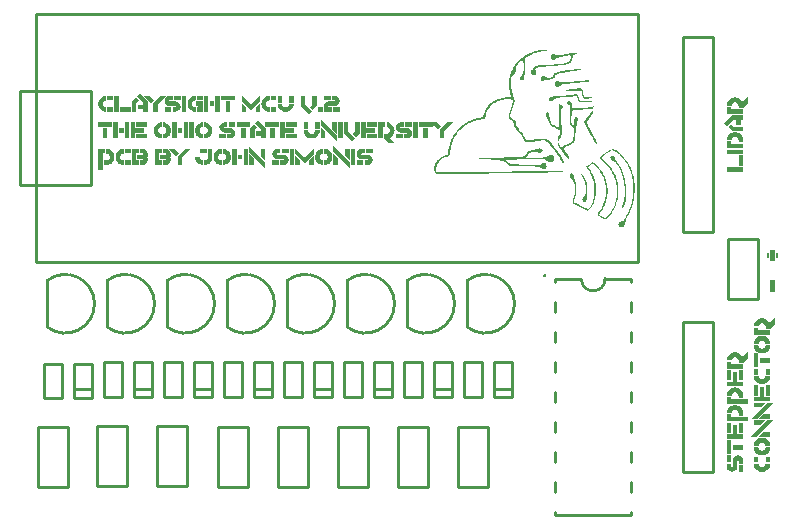
<source format=gto>
G04 Layer: TopSilkscreenLayer*
G04 EasyEDA v6.5.23, 2023-09-09 00:44:15*
G04 de93c458165947d6a0ce1764d10cece9,10*
G04 Gerber Generator version 0.2*
G04 Scale: 100 percent, Rotated: No, Reflected: No *
G04 Dimensions in millimeters *
G04 leading zeros omitted , absolute positions ,4 integer and 5 decimal *
%FSLAX45Y45*%
%MOMM*%

%ADD10C,0.2540*%

%LPD*%
G36*
X4534916Y9541916D02*
G01*
X4522368Y9541713D01*
X4511040Y9541052D01*
X4500372Y9539833D01*
X4489805Y9538004D01*
X4478731Y9535414D01*
X4466539Y9531959D01*
X4438751Y9522815D01*
X4426458Y9518192D01*
X4414570Y9513214D01*
X4403039Y9507880D01*
X4391863Y9502241D01*
X4381042Y9496298D01*
X4370628Y9489998D01*
X4360519Y9483394D01*
X4350867Y9476486D01*
X4341520Y9469272D01*
X4332630Y9461804D01*
X4324096Y9454032D01*
X4315917Y9445955D01*
X4308195Y9437624D01*
X4300829Y9429038D01*
X4293920Y9420199D01*
X4287367Y9411157D01*
X4281271Y9401810D01*
X4275531Y9392259D01*
X4270248Y9382455D01*
X4265371Y9372447D01*
X4260951Y9362236D01*
X4256938Y9351822D01*
X4253382Y9341205D01*
X4250283Y9330385D01*
X4247591Y9319412D01*
X4245356Y9308236D01*
X4243578Y9296908D01*
X4242257Y9285427D01*
X4241342Y9273794D01*
X4240936Y9262008D01*
X4241038Y9250070D01*
X4241546Y9237980D01*
X4242562Y9225788D01*
X4244035Y9213494D01*
X4245965Y9201048D01*
X4248454Y9188551D01*
X4251401Y9175902D01*
X4260342Y9142526D01*
X4211878Y9138513D01*
X4198112Y9136837D01*
X4184802Y9134703D01*
X4172000Y9132062D01*
X4159707Y9128963D01*
X4147870Y9125407D01*
X4136593Y9121343D01*
X4125772Y9116822D01*
X4115511Y9111843D01*
X4105706Y9106408D01*
X4096461Y9100464D01*
X4087774Y9094114D01*
X4079595Y9087307D01*
X4071924Y9080093D01*
X4064812Y9072372D01*
X4058310Y9064244D01*
X4052265Y9055709D01*
X4046829Y9046718D01*
X4042003Y9037269D01*
X4037685Y9027464D01*
X4033926Y9017203D01*
X4030827Y9006535D01*
X4022191Y8969654D01*
X3988917Y8965539D01*
X3976674Y8963558D01*
X3964584Y8961069D01*
X3952748Y8958173D01*
X3941064Y8954770D01*
X3929583Y8950960D01*
X3918356Y8946743D01*
X3907332Y8942019D01*
X3896563Y8936939D01*
X3886047Y8931452D01*
X3875786Y8925509D01*
X3865778Y8919210D01*
X3856024Y8912504D01*
X3846576Y8905443D01*
X3837432Y8897975D01*
X3828542Y8890203D01*
X3819956Y8882024D01*
X3811727Y8873490D01*
X3803802Y8864650D01*
X3796233Y8855506D01*
X3788968Y8846007D01*
X3782060Y8836202D01*
X3775506Y8826042D01*
X3769360Y8815628D01*
X3763568Y8804960D01*
X3758133Y8793937D01*
X3753104Y8782710D01*
X3748481Y8771178D01*
X3744264Y8759393D01*
X3740454Y8747353D01*
X3737101Y8735110D01*
X3734155Y8722614D01*
X3725164Y8677960D01*
X3721608Y8663228D01*
X3720084Y8658402D01*
X3718509Y8654948D01*
X3716934Y8652662D01*
X3715207Y8651290D01*
X3713226Y8650579D01*
X3710940Y8650325D01*
X3708196Y8650325D01*
X3703828Y8649970D01*
X3699103Y8649004D01*
X3694023Y8647480D01*
X3688689Y8645448D01*
X3683152Y8642908D01*
X3677462Y8639860D01*
X3671671Y8636457D01*
X3665829Y8632698D01*
X3659987Y8628583D01*
X3648557Y8619642D01*
X3637838Y8609888D01*
X3632860Y8604859D01*
X3628237Y8599728D01*
X3624021Y8594598D01*
X3620211Y8589467D01*
X3616909Y8584438D01*
X3614216Y8579510D01*
X3612083Y8574735D01*
X3609695Y8567572D01*
X3607917Y8560257D01*
X3606698Y8552891D01*
X3606037Y8545474D01*
X3605936Y8538210D01*
X3606342Y8531098D01*
X3607206Y8524290D01*
X3608578Y8517839D01*
X3610356Y8511844D01*
X3612591Y8506358D01*
X3615182Y8501532D01*
X3618179Y8497417D01*
X3621582Y8494115D01*
X3625240Y8491728D01*
X3629253Y8490305D01*
X3634486Y8489950D01*
X3749040Y8491677D01*
X4393184Y8500059D01*
X4542180Y8502497D01*
X4594504Y8503716D01*
X4634230Y8504986D01*
X4662881Y8506307D01*
X4682185Y8507831D01*
X4688840Y8508644D01*
X4693716Y8509508D01*
X4697069Y8510473D01*
X4699101Y8511438D01*
X4699863Y8512251D01*
X4700066Y8512810D01*
X4699609Y8514334D01*
X4698695Y8514892D01*
X4696663Y8515451D01*
X4689195Y8516366D01*
X4677054Y8517026D01*
X4660087Y8517534D01*
X4638040Y8517890D01*
X4595063Y8517991D01*
X4518406Y8517432D01*
X4006596Y8510778D01*
X3622497Y8506053D01*
X3622497Y8533587D01*
X3622700Y8538921D01*
X3623259Y8544306D01*
X3624122Y8549690D01*
X3626916Y8560460D01*
X3628745Y8565794D01*
X3630879Y8571077D01*
X3635959Y8581390D01*
X3638854Y8586368D01*
X3645357Y8595868D01*
X3652570Y8604656D01*
X3660495Y8612530D01*
X3664661Y8616086D01*
X3668928Y8619337D01*
X3673348Y8622334D01*
X3677818Y8624976D01*
X3682339Y8627262D01*
X3686962Y8629192D01*
X3691636Y8630767D01*
X3713937Y8635542D01*
X3720541Y8637270D01*
X3725824Y8639098D01*
X3730040Y8641283D01*
X3733292Y8643924D01*
X3735781Y8647226D01*
X3737660Y8651341D01*
X3739032Y8656472D01*
X3740150Y8662720D01*
X3743858Y8692642D01*
X3745941Y8705545D01*
X3748379Y8718143D01*
X3751173Y8730488D01*
X3754323Y8742527D01*
X3757879Y8754211D01*
X3763873Y8771280D01*
X3768344Y8782253D01*
X3773170Y8792870D01*
X3778351Y8803233D01*
X3783888Y8813292D01*
X3789832Y8823045D01*
X3796080Y8832443D01*
X3802684Y8841536D01*
X3809593Y8850325D01*
X3816908Y8858758D01*
X3824528Y8866886D01*
X3832504Y8874709D01*
X3840835Y8882176D01*
X3849522Y8889288D01*
X3858514Y8896096D01*
X3867810Y8902547D01*
X3877462Y8908694D01*
X3887470Y8914485D01*
X3897782Y8919921D01*
X3908399Y8925001D01*
X3919372Y8929725D01*
X3930650Y8934094D01*
X3942232Y8938158D01*
X3954119Y8941816D01*
X3966362Y8945168D01*
X3978859Y8948115D01*
X3991711Y8950706D01*
X4014571Y8954922D01*
X4020921Y8956497D01*
X4026255Y8958122D01*
X4030624Y8959900D01*
X4034078Y8961932D01*
X4036822Y8964218D01*
X4038803Y8966860D01*
X4040225Y8969908D01*
X4041089Y8973464D01*
X4041597Y8977528D01*
X4041901Y8987129D01*
X4042308Y8992057D01*
X4042968Y8996934D01*
X4045000Y9006586D01*
X4047947Y9016034D01*
X4051808Y9025280D01*
X4056430Y9034322D01*
X4061917Y9043060D01*
X4068114Y9051544D01*
X4075074Y9059722D01*
X4082643Y9067546D01*
X4090924Y9075013D01*
X4099763Y9082074D01*
X4109110Y9088678D01*
X4119016Y9094825D01*
X4129379Y9100515D01*
X4140200Y9105646D01*
X4151376Y9110268D01*
X4162907Y9114282D01*
X4174744Y9117685D01*
X4186834Y9120479D01*
X4199128Y9122613D01*
X4211624Y9124035D01*
X4224274Y9124746D01*
X4230674Y9124848D01*
X4243425Y9124391D01*
X4252976Y9123527D01*
X4260494Y9122054D01*
X4263491Y9120936D01*
X4266031Y9119514D01*
X4268114Y9117787D01*
X4269740Y9115653D01*
X4270857Y9113113D01*
X4271518Y9110116D01*
X4271772Y9106560D01*
X4271568Y9102496D01*
X4270908Y9097772D01*
X4268317Y9086392D01*
X4264050Y9072067D01*
X4244594Y9015120D01*
X4240072Y9000083D01*
X4238498Y8993682D01*
X4237380Y8987942D01*
X4236720Y8982760D01*
X4236567Y8978036D01*
X4236923Y8973718D01*
X4237786Y8969806D01*
X4239158Y8966098D01*
X4241038Y8962593D01*
X4243527Y8959240D01*
X4246524Y8955887D01*
X4250080Y8952484D01*
X4258970Y8945372D01*
X4270197Y8937193D01*
X4277969Y8930843D01*
X4282643Y8924747D01*
X4284776Y8917787D01*
X4284726Y8904833D01*
X4285030Y8900718D01*
X4285843Y8896502D01*
X4287266Y8892235D01*
X4289298Y8887663D01*
X4292092Y8882786D01*
X4295597Y8877452D01*
X4299966Y8871559D01*
X4305198Y8865006D01*
X4318711Y8849461D01*
X4330801Y8835999D01*
X4339437Y8825128D01*
X4348581Y8812377D01*
X4357217Y8799372D01*
X4370679Y8777325D01*
X4373524Y8773160D01*
X4376318Y8769553D01*
X4379163Y8766454D01*
X4382109Y8763812D01*
X4385157Y8761730D01*
X4388510Y8760053D01*
X4392218Y8758834D01*
X4396282Y8758021D01*
X4400854Y8757666D01*
X4405985Y8757615D01*
X4418228Y8758631D01*
X4433620Y8760968D01*
X4532223Y8779103D01*
X4556810Y8766200D01*
X4563059Y8762593D01*
X4569002Y8758580D01*
X4574692Y8754160D01*
X4580077Y8749182D01*
X4585360Y8743696D01*
X4590491Y8737600D01*
X4595520Y8730792D01*
X4609744Y8709660D01*
X4616805Y8699652D01*
X4627880Y8684717D01*
X4634992Y8675522D01*
X4647742Y8659672D01*
X4654499Y8650478D01*
X4661408Y8640521D01*
X4668062Y8630412D01*
X4674057Y8620607D01*
X4684928Y8601151D01*
X4689906Y8592921D01*
X4694021Y8587028D01*
X4697374Y8583523D01*
X4699914Y8582304D01*
X4701692Y8583422D01*
X4702759Y8586825D01*
X4703114Y8592464D01*
X4702911Y8595715D01*
X4702251Y8599373D01*
X4701184Y8603335D01*
X4699711Y8607602D01*
X4695545Y8617153D01*
X4692853Y8622385D01*
X4686198Y8633764D01*
X4677968Y8646363D01*
X4668164Y8660079D01*
X4656785Y8674963D01*
X4637125Y8699754D01*
X4619701Y8722969D01*
X4606137Y8742273D01*
X4600803Y8750452D01*
X4594860Y8758631D01*
X4588713Y8765794D01*
X4585512Y8768994D01*
X4582210Y8771940D01*
X4575251Y8777020D01*
X4567732Y8781186D01*
X4563668Y8782913D01*
X4559452Y8784386D01*
X4555032Y8785656D01*
X4550410Y8786672D01*
X4540351Y8788095D01*
X4529226Y8788704D01*
X4516882Y8788450D01*
X4503166Y8787434D01*
X4488027Y8785707D01*
X4471263Y8783218D01*
X4434840Y8777224D01*
X4420819Y8775446D01*
X4409592Y8774785D01*
X4404918Y8774938D01*
X4400702Y8775446D01*
X4396943Y8776309D01*
X4393539Y8777528D01*
X4390491Y8779205D01*
X4387697Y8781237D01*
X4385056Y8783726D01*
X4382566Y8786672D01*
X4377690Y8794038D01*
X4366158Y8815374D01*
X4362348Y8821724D01*
X4358386Y8827820D01*
X4354372Y8833459D01*
X4350410Y8838590D01*
X4346651Y8842908D01*
X4343196Y8846362D01*
X4334814Y8853068D01*
X4330547Y8858300D01*
X4327804Y8863888D01*
X4325772Y8874810D01*
X4322978Y8880398D01*
X4318711Y8885631D01*
X4307027Y8894978D01*
X4302861Y8900668D01*
X4300575Y8907678D01*
X4299661Y8921800D01*
X4298899Y8926474D01*
X4297375Y8930894D01*
X4295089Y8935161D01*
X4291736Y8939631D01*
X4287266Y8944406D01*
X4281525Y8949791D01*
X4248810Y8977528D01*
X4293158Y9104426D01*
X4274515Y9157258D01*
X4270451Y9169755D01*
X4267098Y9181541D01*
X4264456Y9193022D01*
X4262323Y9204604D01*
X4260646Y9216898D01*
X4259376Y9230258D01*
X4258411Y9245244D01*
X4255516Y9310268D01*
X4282033Y9334957D01*
X4286758Y9339935D01*
X4290314Y9344507D01*
X4292803Y9348927D01*
X4294378Y9353651D01*
X4295190Y9358985D01*
X4295444Y9365284D01*
X4295292Y9373006D01*
X4295444Y9378442D01*
X4296308Y9384182D01*
X4297781Y9390075D01*
X4299813Y9396120D01*
X4302302Y9402165D01*
X4305249Y9408210D01*
X4308551Y9414154D01*
X4312158Y9419894D01*
X4316018Y9425330D01*
X4320032Y9430461D01*
X4324146Y9435185D01*
X4328312Y9439402D01*
X4332478Y9443059D01*
X4336542Y9446056D01*
X4340453Y9448342D01*
X4344212Y9449816D01*
X4347667Y9450374D01*
X4350766Y9450019D01*
X4353509Y9448647D01*
X4355795Y9446158D01*
X4358487Y9441586D01*
X4360824Y9436658D01*
X4362805Y9431375D01*
X4364431Y9425787D01*
X4365701Y9419945D01*
X4366615Y9413900D01*
X4367225Y9407601D01*
X4367428Y9401200D01*
X4367377Y9394647D01*
X4366920Y9387992D01*
X4366158Y9381337D01*
X4365091Y9374632D01*
X4363720Y9367977D01*
X4361992Y9361424D01*
X4359960Y9354921D01*
X4357573Y9348571D01*
X4354931Y9342374D01*
X4351934Y9336430D01*
X4348683Y9330690D01*
X4341114Y9319209D01*
X4337913Y9313672D01*
X4335526Y9308592D01*
X4333951Y9304020D01*
X4333240Y9299956D01*
X4333341Y9296400D01*
X4334256Y9293352D01*
X4335983Y9290862D01*
X4338523Y9288932D01*
X4341876Y9287510D01*
X4346041Y9286646D01*
X4351070Y9286392D01*
X4356201Y9286494D01*
X4360164Y9287002D01*
X4363161Y9288221D01*
X4365345Y9290405D01*
X4366971Y9293961D01*
X4368292Y9299092D01*
X4369409Y9306153D01*
X4374794Y9352229D01*
X4376877Y9371685D01*
X4378350Y9387636D01*
X4379264Y9400641D01*
X4379620Y9411208D01*
X4379468Y9419894D01*
X4378756Y9427210D01*
X4377537Y9433712D01*
X4373930Y9446412D01*
X4373422Y9449765D01*
X4373321Y9453067D01*
X4373575Y9456369D01*
X4374286Y9459620D01*
X4375353Y9462871D01*
X4376826Y9466072D01*
X4378706Y9469221D01*
X4380941Y9472371D01*
X4383532Y9475470D01*
X4386529Y9478568D01*
X4393590Y9484563D01*
X4397705Y9487509D01*
X4406900Y9493199D01*
X4417517Y9498685D01*
X4423308Y9501378D01*
X4435957Y9506508D01*
X4449876Y9511385D01*
X4465116Y9516008D01*
X4481525Y9520275D01*
X4499203Y9524288D01*
X4517999Y9527895D01*
X4553153Y9533839D01*
X4573676Y9537750D01*
X4578400Y9539122D01*
X4579416Y9539630D01*
X4579569Y9540138D01*
X4577181Y9540849D01*
X4571288Y9541306D01*
X4549394Y9541865D01*
G37*
G36*
X4804410Y9514027D02*
G01*
X4798618Y9513976D01*
X4784547Y9513011D01*
X4767630Y9510826D01*
X4721352Y9503714D01*
X4688281Y9499193D01*
X4675835Y9497822D01*
X4665573Y9497009D01*
X4657191Y9496806D01*
X4650333Y9497060D01*
X4644542Y9497872D01*
X4639564Y9499193D01*
X4634992Y9500971D01*
X4625441Y9505442D01*
X4620615Y9506864D01*
X4615992Y9507474D01*
X4611674Y9507372D01*
X4607661Y9506559D01*
X4604004Y9505137D01*
X4600803Y9503156D01*
X4598060Y9500666D01*
X4595825Y9497669D01*
X4594199Y9494316D01*
X4593183Y9490608D01*
X4592828Y9486646D01*
X4593183Y9482378D01*
X4594352Y9477959D01*
X4596333Y9473438D01*
X4599178Y9468815D01*
X4603038Y9464344D01*
X4607204Y9461093D01*
X4611776Y9459112D01*
X4616704Y9458452D01*
X4621987Y9459010D01*
X4627575Y9460839D01*
X4633569Y9463938D01*
X4642053Y9469729D01*
X4645152Y9471253D01*
X4653635Y9474504D01*
X4664710Y9477959D01*
X4677562Y9481515D01*
X4691583Y9484918D01*
X4706061Y9488068D01*
X4720336Y9490811D01*
X4733696Y9492945D01*
X4745431Y9494367D01*
X4750511Y9494774D01*
X4754880Y9494875D01*
X4758436Y9494012D01*
X4760976Y9491624D01*
X4762500Y9487865D01*
X4763109Y9483140D01*
X4762855Y9477603D01*
X4761788Y9471558D01*
X4760010Y9465259D01*
X4757470Y9458960D01*
X4754372Y9452914D01*
X4750663Y9447377D01*
X4746498Y9442653D01*
X4741824Y9438894D01*
X4737252Y9436608D01*
X4730750Y9434322D01*
X4722520Y9431985D01*
X4712716Y9429750D01*
X4689297Y9425432D01*
X4676089Y9423450D01*
X4662119Y9421622D01*
X4632756Y9418523D01*
X4610354Y9416796D01*
X4595520Y9415983D01*
X4539996Y9414611D01*
X4521555Y9413697D01*
X4506010Y9412376D01*
X4492904Y9410446D01*
X4487164Y9409277D01*
X4481830Y9407906D01*
X4476953Y9406382D01*
X4472381Y9404604D01*
X4468114Y9402673D01*
X4464100Y9400489D01*
X4460240Y9398050D01*
X4452823Y9392462D01*
X4445508Y9385757D01*
X4439462Y9379458D01*
X4434382Y9373412D01*
X4430268Y9367570D01*
X4427067Y9362084D01*
X4424883Y9356852D01*
X4423613Y9351924D01*
X4423359Y9347352D01*
X4424019Y9343186D01*
X4425696Y9339376D01*
X4428388Y9335973D01*
X4431995Y9332976D01*
X4436668Y9330436D01*
X4442866Y9328150D01*
X4448657Y9327032D01*
X4453890Y9326981D01*
X4458512Y9327946D01*
X4462526Y9329928D01*
X4465777Y9332722D01*
X4468317Y9336379D01*
X4470044Y9340799D01*
X4470857Y9345930D01*
X4470755Y9351721D01*
X4469638Y9358020D01*
X4464456Y9374073D01*
X4464050Y9376714D01*
X4463999Y9379102D01*
X4464304Y9381286D01*
X4465066Y9383318D01*
X4466386Y9385198D01*
X4468164Y9386874D01*
X4470552Y9388398D01*
X4473600Y9389821D01*
X4477308Y9391142D01*
X4481728Y9392361D01*
X4492904Y9394545D01*
X4507484Y9396476D01*
X4525873Y9398304D01*
X4575403Y9402013D01*
X4627676Y9405620D01*
X4668570Y9409074D01*
X4685690Y9410954D01*
X4700778Y9412935D01*
X4714036Y9415170D01*
X4725517Y9417608D01*
X4735372Y9420402D01*
X4743805Y9423552D01*
X4750917Y9427108D01*
X4756861Y9431121D01*
X4759452Y9433356D01*
X4763871Y9438182D01*
X4767478Y9443567D01*
X4770424Y9449663D01*
X4772761Y9456420D01*
X4774742Y9463938D01*
X4777943Y9479635D01*
X4779467Y9485477D01*
X4781143Y9489998D01*
X4783226Y9493504D01*
X4785817Y9496145D01*
X4789119Y9498177D01*
X4793284Y9499803D01*
X4805324Y9503156D01*
X4810709Y9504934D01*
X4814773Y9506610D01*
X4817465Y9508134D01*
X4818938Y9509556D01*
X4819243Y9510776D01*
X4818329Y9511842D01*
X4816398Y9512706D01*
X4813350Y9513366D01*
X4809388Y9513824D01*
G37*
G36*
X4870653Y9383572D02*
G01*
X4854600Y9382709D01*
X4832350Y9380575D01*
X4804918Y9377375D01*
X4773168Y9373108D01*
X4738065Y9367824D01*
X4684369Y9359036D01*
X4664710Y9355429D01*
X4649216Y9352127D01*
X4637430Y9349079D01*
X4632756Y9347606D01*
X4628845Y9346082D01*
X4625594Y9344558D01*
X4623003Y9342983D01*
X4620920Y9341358D01*
X4619396Y9339630D01*
X4618278Y9337852D01*
X4617567Y9335973D01*
X4617212Y9333941D01*
X4616602Y9327286D01*
X4615129Y9323120D01*
X4612894Y9319310D01*
X4609846Y9315856D01*
X4606188Y9312808D01*
X4602022Y9310217D01*
X4597349Y9308033D01*
X4592370Y9306356D01*
X4587138Y9305137D01*
X4581753Y9304528D01*
X4576318Y9304426D01*
X4570933Y9304934D01*
X4565700Y9306052D01*
X4560722Y9307830D01*
X4556099Y9310268D01*
X4546955Y9316923D01*
X4541774Y9319107D01*
X4536541Y9320022D01*
X4531461Y9319717D01*
X4526584Y9318396D01*
X4522114Y9316110D01*
X4518253Y9312960D01*
X4515053Y9309049D01*
X4512767Y9304426D01*
X4511497Y9299295D01*
X4511395Y9293707D01*
X4512665Y9287764D01*
X4513681Y9285173D01*
X4514951Y9283039D01*
X4516678Y9281414D01*
X4519066Y9280296D01*
X4522266Y9279686D01*
X4526432Y9279636D01*
X4531817Y9280042D01*
X4546803Y9282531D01*
X4568698Y9287205D01*
X4595774Y9293504D01*
X4606137Y9296298D01*
X4614062Y9298838D01*
X4619853Y9301327D01*
X4623816Y9304020D01*
X4626305Y9306966D01*
X4627524Y9310370D01*
X4628388Y9319564D01*
X4628997Y9321850D01*
X4630013Y9323984D01*
X4631385Y9325965D01*
X4633264Y9327845D01*
X4635703Y9329623D01*
X4638751Y9331350D01*
X4642459Y9333026D01*
X4646930Y9334703D01*
X4658309Y9338056D01*
X4673447Y9341510D01*
X4692802Y9345371D01*
X4781804Y9360814D01*
X4841646Y9371685D01*
X4861763Y9375698D01*
X4872431Y9378188D01*
X4877663Y9379966D01*
X4880508Y9381388D01*
X4881067Y9381947D01*
X4881118Y9382455D01*
X4880610Y9382861D01*
X4878070Y9383369D01*
G37*
G36*
X4906975Y9282785D02*
G01*
X4897018Y9282531D01*
X4862728Y9279737D01*
X4810760Y9274556D01*
X4771237Y9271203D01*
X4753305Y9270034D01*
X4721809Y9268714D01*
X4708347Y9268561D01*
X4696612Y9268764D01*
X4686604Y9269272D01*
X4678476Y9270136D01*
X4672279Y9271355D01*
X4668215Y9272930D01*
X4662728Y9276588D01*
X4657648Y9277756D01*
X4652060Y9277553D01*
X4646320Y9276029D01*
X4640884Y9273438D01*
X4636109Y9269882D01*
X4632401Y9265462D01*
X4630166Y9260382D01*
X4629099Y9254693D01*
X4628896Y9249460D01*
X4629454Y9244685D01*
X4630674Y9240367D01*
X4632604Y9236608D01*
X4635093Y9233357D01*
X4638040Y9230715D01*
X4641443Y9228734D01*
X4645253Y9227362D01*
X4649317Y9226702D01*
X4653635Y9226753D01*
X4658106Y9227566D01*
X4662678Y9229140D01*
X4667250Y9231528D01*
X4671771Y9234779D01*
X4683048Y9244888D01*
X4690414Y9248952D01*
X4698644Y9251340D01*
X4717897Y9252559D01*
X4741214Y9254490D01*
X4772914Y9257588D01*
X4901133Y9271812D01*
X4914138Y9273082D01*
X4915712Y9273540D01*
X4916982Y9274708D01*
X4917846Y9276435D01*
X4918151Y9278467D01*
X4918049Y9279585D01*
X4917592Y9280499D01*
X4916728Y9281312D01*
X4915306Y9281922D01*
X4913274Y9282379D01*
X4910582Y9282684D01*
G37*
G36*
X4836464Y9214662D02*
G01*
X4824577Y9214307D01*
X4809845Y9213138D01*
X4770374Y9208871D01*
X4754168Y9206890D01*
X4741214Y9204909D01*
X4731461Y9202978D01*
X4724857Y9201150D01*
X4722723Y9200286D01*
X4721402Y9199473D01*
X4720844Y9198660D01*
X4721047Y9197949D01*
X4722012Y9197289D01*
X4726228Y9196222D01*
X4733391Y9195409D01*
X4743551Y9194952D01*
X4756658Y9194901D01*
X4772609Y9195257D01*
X4793843Y9196171D01*
X4814265Y9196781D01*
X4830013Y9196628D01*
X4836312Y9196222D01*
X4841595Y9195612D01*
X4846066Y9194698D01*
X4849723Y9193530D01*
X4852619Y9192056D01*
X4854905Y9190228D01*
X4856581Y9188094D01*
X4857750Y9185605D01*
X4858512Y9182709D01*
X4858918Y9179458D01*
X4859223Y9168942D01*
X4859629Y9162643D01*
X4860340Y9156852D01*
X4861356Y9151569D01*
X4862626Y9146844D01*
X4864252Y9142577D01*
X4866233Y9138818D01*
X4868519Y9135567D01*
X4871161Y9132773D01*
X4874158Y9130487D01*
X4877511Y9128658D01*
X4881219Y9127236D01*
X4885385Y9126321D01*
X4889906Y9125864D01*
X4894884Y9125813D01*
X4900269Y9126169D01*
X4906060Y9126982D01*
X4912309Y9128201D01*
X4926228Y9131909D01*
X4947716Y9138361D01*
X4878628Y9143796D01*
X4869434Y9188297D01*
X4867148Y9196374D01*
X4865878Y9199778D01*
X4864455Y9202775D01*
X4862779Y9205417D01*
X4860848Y9207652D01*
X4858664Y9209582D01*
X4856073Y9211157D01*
X4853127Y9212427D01*
X4849723Y9213392D01*
X4845862Y9214104D01*
X4841443Y9214510D01*
G37*
G36*
X4808677Y9166961D02*
G01*
X4803495Y9166758D01*
X4768037Y9162745D01*
X4678934Y9153804D01*
X4631690Y9148775D01*
X4614418Y9146489D01*
X4600905Y9144203D01*
X4590694Y9141764D01*
X4586732Y9140494D01*
X4583379Y9139123D01*
X4580686Y9137650D01*
X4578604Y9136075D01*
X4576978Y9134398D01*
X4575860Y9132570D01*
X4575200Y9130639D01*
X4574844Y9128506D01*
X4575098Y9123680D01*
X4576216Y9119717D01*
X4578146Y9116364D01*
X4580839Y9113774D01*
X4584192Y9111792D01*
X4588002Y9110522D01*
X4592218Y9109964D01*
X4596688Y9110065D01*
X4601311Y9110878D01*
X4605985Y9112453D01*
X4610557Y9114688D01*
X4614926Y9117685D01*
X4620615Y9122968D01*
X4624527Y9125915D01*
X4629556Y9128607D01*
X4635906Y9131096D01*
X4643780Y9133382D01*
X4653483Y9135618D01*
X4665167Y9137700D01*
X4679137Y9139783D01*
X4695545Y9141866D01*
X4736846Y9146184D01*
X4814112Y9153093D01*
X4829759Y9096298D01*
X4884267Y9098076D01*
X4900168Y9098889D01*
X4913477Y9099905D01*
X4924196Y9101023D01*
X4932172Y9102242D01*
X4937353Y9103461D01*
X4938826Y9104071D01*
X4939588Y9104680D01*
X4939639Y9105290D01*
X4938877Y9105849D01*
X4937404Y9106408D01*
X4932019Y9107373D01*
X4923434Y9108186D01*
X4911598Y9108744D01*
X4896307Y9109049D01*
X4839563Y9109506D01*
X4832756Y9135465D01*
X4830267Y9143898D01*
X4827574Y9150908D01*
X4824577Y9156598D01*
X4821275Y9160967D01*
X4817516Y9164116D01*
X4813350Y9166098D01*
G37*
G36*
X4747310Y9113774D02*
G01*
X4744059Y9113266D01*
X4740960Y9111742D01*
X4738065Y9109252D01*
X4735423Y9105646D01*
X4733188Y9100921D01*
X4732528Y9093098D01*
X4735830Y9085630D01*
X4741926Y9080042D01*
X4751222Y9077553D01*
X4752492Y9076486D01*
X4753559Y9074607D01*
X4754422Y9071711D01*
X4755134Y9067647D01*
X4755642Y9062364D01*
X4756200Y9047276D01*
X4756251Y9025382D01*
X4754168Y8913164D01*
X4790440Y8883345D01*
X4787646Y8822740D01*
X4786985Y8812987D01*
X4786071Y8804198D01*
X4785004Y8796324D01*
X4783683Y8789314D01*
X4782058Y8783066D01*
X4780076Y8777528D01*
X4777740Y8772652D01*
X4775047Y8768334D01*
X4771898Y8764524D01*
X4768240Y8761120D01*
X4764074Y8758123D01*
X4759350Y8755380D01*
X4754016Y8752840D01*
X4748072Y8750452D01*
X4735830Y8746185D01*
X4729988Y8743797D01*
X4718507Y8738260D01*
X4713122Y8735263D01*
X4708245Y8732266D01*
X4704029Y8729370D01*
X4700625Y8726576D01*
X4694732Y8721191D01*
X4690211Y8717432D01*
X4686706Y8715400D01*
X4683810Y8715248D01*
X4681118Y8717026D01*
X4678273Y8720937D01*
X4674819Y8727084D01*
X4659071Y8757462D01*
X4676902Y8801201D01*
X4681728Y8814257D01*
X4683455Y8819997D01*
X4684776Y8825484D01*
X4685690Y8830970D01*
X4686249Y8836660D01*
X4686503Y8842756D01*
X4686503Y8849461D01*
X4685639Y8865768D01*
X4678730Y8957919D01*
X4677156Y8987790D01*
X4676902Y8999067D01*
X4677003Y9008313D01*
X4677460Y9015831D01*
X4678273Y9021978D01*
X4679492Y9027007D01*
X4681067Y9031224D01*
X4683048Y9035034D01*
X4691583Y9047988D01*
X4694783Y9054744D01*
X4696358Y9060637D01*
X4696307Y9065768D01*
X4694580Y9069933D01*
X4691227Y9073235D01*
X4686300Y9075572D01*
X4679696Y9076944D01*
X4664456Y9078620D01*
X4666996Y8948978D01*
X4667402Y8918143D01*
X4667097Y8907068D01*
X4666386Y8898585D01*
X4665065Y8892489D01*
X4664151Y8890254D01*
X4663033Y8888526D01*
X4661712Y8887307D01*
X4660138Y8886494D01*
X4658410Y8886088D01*
X4656378Y8886139D01*
X4654092Y8886494D01*
X4651502Y8887206D01*
X4645507Y8889542D01*
X4619955Y8901480D01*
X4612030Y8906103D01*
X4608626Y8908643D01*
X4605528Y8911336D01*
X4602734Y8914333D01*
X4600194Y8917635D01*
X4597958Y8921292D01*
X4595876Y8925407D01*
X4593996Y8929979D01*
X4592218Y8935059D01*
X4589068Y8947150D01*
X4586122Y8961983D01*
X4582363Y8984335D01*
X4580382Y8994902D01*
X4578502Y9002674D01*
X4576470Y9008059D01*
X4574133Y9011513D01*
X4571238Y9013444D01*
X4567580Y9014307D01*
X4563008Y9014510D01*
X4558792Y9013444D01*
X4555591Y9010599D01*
X4553458Y9006382D01*
X4552442Y9001099D01*
X4552543Y8995206D01*
X4553813Y8989161D01*
X4556302Y8983268D01*
X4561687Y8975699D01*
X4565650Y8968282D01*
X4569968Y8958122D01*
X4574133Y8946438D01*
X4577842Y8934348D01*
X4581906Y8923578D01*
X4584141Y8918752D01*
X4586579Y8914282D01*
X4589272Y8910167D01*
X4592116Y8906306D01*
X4595266Y8902700D01*
X4598720Y8899347D01*
X4602480Y8896248D01*
X4606594Y8893302D01*
X4611065Y8890457D01*
X4621225Y8885224D01*
X4647387Y8874404D01*
X4653127Y8871508D01*
X4658055Y8868562D01*
X4662170Y8865514D01*
X4665421Y8862212D01*
X4667961Y8858605D01*
X4669739Y8854643D01*
X4670806Y8850223D01*
X4671161Y8845346D01*
X4670806Y8839809D01*
X4669891Y8833662D01*
X4668316Y8826703D01*
X4666132Y8818981D01*
X4657039Y8791448D01*
X4654651Y8782710D01*
X4653026Y8774430D01*
X4652213Y8766403D01*
X4652213Y8758529D01*
X4652568Y8754567D01*
X4653991Y8746642D01*
X4656429Y8738463D01*
X4659934Y8729929D01*
X4664557Y8720836D01*
X4670348Y8711133D01*
X4677410Y8700566D01*
X4685792Y8689086D01*
X4695494Y8676487D01*
X4706620Y8662670D01*
X4730800Y8633917D01*
X4734966Y8629345D01*
X4741976Y8622538D01*
X4744821Y8620252D01*
X4747158Y8618677D01*
X4749038Y8617813D01*
X4750460Y8617610D01*
X4751425Y8618118D01*
X4751882Y8619236D01*
X4751882Y8621014D01*
X4751374Y8623350D01*
X4748936Y8629853D01*
X4744516Y8638540D01*
X4738116Y8649258D01*
X4719777Y8676944D01*
X4716018Y8683447D01*
X4713020Y8689340D01*
X4710836Y8694724D01*
X4709515Y8699601D01*
X4709007Y8704021D01*
X4709312Y8708034D01*
X4710480Y8711793D01*
X4712512Y8715197D01*
X4715459Y8718448D01*
X4719218Y8721496D01*
X4723942Y8724442D01*
X4729480Y8727287D01*
X4735982Y8730183D01*
X4760163Y8739733D01*
X4769205Y8744051D01*
X4776724Y8748623D01*
X4779975Y8751112D01*
X4782921Y8753754D01*
X4785563Y8756650D01*
X4787950Y8759799D01*
X4790084Y8763304D01*
X4792014Y8767114D01*
X4793742Y8771331D01*
X4795266Y8775954D01*
X4797907Y8786622D01*
X4800142Y8799525D01*
X4802073Y8814917D01*
X4805629Y8850934D01*
X4809083Y8880551D01*
X4811014Y8894368D01*
X4813046Y8907018D01*
X4815078Y8918092D01*
X4817059Y8927236D01*
X4818938Y8934043D01*
X4823561Y8946743D01*
X4825034Y8954109D01*
X4824272Y8959646D01*
X4821326Y8964422D01*
X4817059Y8968740D01*
X4812995Y8971534D01*
X4809134Y8972854D01*
X4805578Y8972804D01*
X4802327Y8971381D01*
X4799482Y8968689D01*
X4797044Y8964828D01*
X4795113Y8959799D01*
X4793742Y8953652D01*
X4792929Y8946540D01*
X4792776Y8938463D01*
X4793996Y8920175D01*
X4793945Y8913012D01*
X4793081Y8907983D01*
X4791405Y8905036D01*
X4788916Y8904224D01*
X4785512Y8905443D01*
X4781194Y8908694D01*
X4775962Y8913926D01*
X4773320Y8917228D01*
X4771237Y8920886D01*
X4769713Y8925306D01*
X4768646Y8930690D01*
X4768037Y8937447D01*
X4767834Y8945829D01*
X4767935Y8956192D01*
X4768748Y8976563D01*
X4769561Y8990279D01*
X4770780Y9001709D01*
X4771644Y9006586D01*
X4772710Y9011005D01*
X4773980Y9014968D01*
X4775555Y9018422D01*
X4777435Y9021521D01*
X4779670Y9024213D01*
X4782261Y9026550D01*
X4785309Y9028531D01*
X4788763Y9030258D01*
X4792726Y9031681D01*
X4797196Y9032798D01*
X4802174Y9033764D01*
X4814062Y9035034D01*
X4828540Y9035796D01*
X4895799Y9036964D01*
X4915357Y9037929D01*
X4923282Y9038590D01*
X4930089Y9039453D01*
X4935829Y9040418D01*
X4940604Y9041638D01*
X4944567Y9043009D01*
X4947716Y9044635D01*
X4950206Y9046514D01*
X4952085Y9048597D01*
X4953457Y9051036D01*
X4954371Y9053728D01*
X4954981Y9056725D01*
X4955794Y9063837D01*
X4955133Y9066733D01*
X4952390Y9065768D01*
X4945329Y9060129D01*
X4943398Y9058960D01*
X4938369Y9057030D01*
X4935220Y9056116D01*
X4927295Y9054642D01*
X4916881Y9053322D01*
X4903571Y9052255D01*
X4866640Y9050477D01*
X4773015Y9047378D01*
X4773015Y9070086D01*
X4772660Y9076842D01*
X4771745Y9083192D01*
X4770272Y9089085D01*
X4768342Y9094470D01*
X4766005Y9099296D01*
X4763312Y9103512D01*
X4760366Y9107119D01*
X4757216Y9109964D01*
X4753965Y9112046D01*
X4750612Y9113367D01*
G37*
G36*
X4954066Y9025178D02*
G01*
X4952034Y9024924D01*
X4949240Y9023400D01*
X4945735Y9020657D01*
X4941620Y9016746D01*
X4936896Y9011666D01*
X4927955Y9000998D01*
X4909312Y8977680D01*
X4875174Y8933484D01*
X4929682Y8832138D01*
X4948428Y8798356D01*
X4963464Y8772753D01*
X4969560Y8762949D01*
X4974742Y8755126D01*
X4979009Y8749284D01*
X4982362Y8745423D01*
X4984800Y8743543D01*
X4985715Y8743340D01*
X4986375Y8743594D01*
X4986832Y8744356D01*
X4986832Y8745372D01*
X4985613Y8749588D01*
X4982972Y8756446D01*
X4973828Y8776766D01*
X4960670Y8803640D01*
X4918862Y8884412D01*
X4911242Y8900210D01*
X4905806Y8912606D01*
X4902403Y8922105D01*
X4901387Y8925966D01*
X4900777Y8929370D01*
X4900625Y8932265D01*
X4900777Y8934856D01*
X4901336Y8937091D01*
X4902200Y8939123D01*
X4903368Y8941054D01*
X4911394Y8950401D01*
X4918303Y8959900D01*
X4926330Y8971737D01*
X4934762Y8984691D01*
X4942738Y8997442D01*
X4949444Y9008770D01*
X4954066Y9017355D01*
X4955336Y9020200D01*
X4955794Y9021876D01*
X4955336Y9024213D01*
G37*
G36*
X4500067Y8706815D02*
G01*
X4494885Y8706561D01*
X4489348Y8705799D01*
X4483455Y8704478D01*
X4474006Y8701532D01*
X4464507Y8698992D01*
X4452518Y8696198D01*
X4423562Y8690356D01*
X4415942Y8688476D01*
X4409694Y8686342D01*
X4404461Y8683701D01*
X4399889Y8680399D01*
X4395571Y8676081D01*
X4391101Y8670645D01*
X4377944Y8652408D01*
X4374794Y8648801D01*
X4371340Y8645652D01*
X4367377Y8642959D01*
X4362602Y8640622D01*
X4356811Y8638641D01*
X4349800Y8637016D01*
X4341317Y8635644D01*
X4331055Y8634526D01*
X4318863Y8633561D01*
X4287621Y8632139D01*
X4245711Y8631072D01*
X4144975Y8629142D01*
X4077360Y8627465D01*
X4028998Y8625636D01*
X4012031Y8624671D01*
X3999890Y8623655D01*
X3992524Y8622588D01*
X3990136Y8621776D01*
X3990086Y8621217D01*
X3991203Y8620607D01*
X3996994Y8619439D01*
X4007612Y8618220D01*
X4022953Y8616950D01*
X4067962Y8614257D01*
X4103776Y8612479D01*
X4122470Y8611311D01*
X4138574Y8609990D01*
X4152493Y8608415D01*
X4164584Y8606485D01*
X4175201Y8604148D01*
X4184751Y8601252D01*
X4193590Y8597747D01*
X4202074Y8593480D01*
X4210608Y8588349D01*
X4219498Y8582355D01*
X4252569Y8557920D01*
X4416704Y8555431D01*
X4456938Y8554313D01*
X4471314Y8553551D01*
X4482439Y8552586D01*
X4490923Y8551468D01*
X4497273Y8550046D01*
X4501896Y8548319D01*
X4505401Y8546236D01*
X4511852Y8541105D01*
X4516678Y8537803D01*
X4521454Y8535162D01*
X4526076Y8533180D01*
X4530496Y8531809D01*
X4534712Y8531148D01*
X4538675Y8531047D01*
X4542383Y8531656D01*
X4545736Y8532825D01*
X4548784Y8534603D01*
X4551476Y8536990D01*
X4553712Y8539937D01*
X4555490Y8543493D01*
X4556861Y8547658D01*
X4557674Y8552332D01*
X4557928Y8557615D01*
X4557471Y8564422D01*
X4556048Y8570264D01*
X4553762Y8575192D01*
X4550765Y8579104D01*
X4547057Y8581999D01*
X4542688Y8583879D01*
X4537862Y8584692D01*
X4532528Y8584438D01*
X4526838Y8583066D01*
X4520844Y8580628D01*
X4514646Y8576970D01*
X4507026Y8571230D01*
X4503724Y8569604D01*
X4499152Y8568283D01*
X4492853Y8567318D01*
X4484370Y8566658D01*
X4473295Y8566302D01*
X4441596Y8566454D01*
X4394250Y8567674D01*
X4260240Y8571992D01*
X4237329Y8587486D01*
X4228185Y8593886D01*
X4220210Y8599932D01*
X4214215Y8604910D01*
X4211167Y8608161D01*
X4211167Y8608517D01*
X4212539Y8609177D01*
X4215739Y8609787D01*
X4220718Y8610396D01*
X4236008Y8611412D01*
X4258310Y8612174D01*
X4287418Y8612784D01*
X4323232Y8613190D01*
X4546396Y8613343D01*
X4562348Y8600135D01*
X4567428Y8596426D01*
X4572609Y8593429D01*
X4577791Y8591245D01*
X4582972Y8589721D01*
X4588103Y8588959D01*
X4593082Y8588857D01*
X4597857Y8589467D01*
X4602429Y8590686D01*
X4606645Y8592515D01*
X4610455Y8594953D01*
X4613910Y8598001D01*
X4616805Y8601608D01*
X4619193Y8605774D01*
X4620971Y8610447D01*
X4622088Y8615629D01*
X4622444Y8621268D01*
X4622139Y8626856D01*
X4621276Y8631885D01*
X4619853Y8636457D01*
X4617923Y8640419D01*
X4615484Y8643924D01*
X4612589Y8646820D01*
X4609338Y8649157D01*
X4605629Y8650884D01*
X4601616Y8652052D01*
X4597298Y8652560D01*
X4592675Y8652510D01*
X4587798Y8651798D01*
X4582718Y8650427D01*
X4577486Y8648446D01*
X4572050Y8645753D01*
X4556810Y8636457D01*
X4553712Y8634984D01*
X4550359Y8633714D01*
X4546752Y8632647D01*
X4538116Y8631072D01*
X4532833Y8630462D01*
X4519676Y8629700D01*
X4502302Y8629345D01*
X4385106Y8629192D01*
X4397705Y8651595D01*
X4400651Y8656116D01*
X4404309Y8660231D01*
X4408576Y8663940D01*
X4413351Y8667292D01*
X4418584Y8670188D01*
X4424222Y8672677D01*
X4430166Y8674709D01*
X4436364Y8676284D01*
X4442764Y8677402D01*
X4449267Y8678011D01*
X4455871Y8678113D01*
X4462373Y8677757D01*
X4468825Y8676792D01*
X4475073Y8675319D01*
X4481118Y8673287D01*
X4493107Y8667953D01*
X4498594Y8666835D01*
X4503572Y8667292D01*
X4508195Y8669375D01*
X4513072Y8672677D01*
X4517034Y8675979D01*
X4520184Y8679332D01*
X4522571Y8682583D01*
X4524146Y8685784D01*
X4525010Y8688933D01*
X4525162Y8691880D01*
X4524654Y8694674D01*
X4523486Y8697264D01*
X4521758Y8699601D01*
X4519371Y8701684D01*
X4516475Y8703462D01*
X4513072Y8704884D01*
X4509160Y8705951D01*
X4504842Y8706612D01*
G37*
G36*
X5120182Y8699703D02*
G01*
X5115864Y8699398D01*
X5111445Y8698636D01*
X5106974Y8697468D01*
X5102352Y8695893D01*
X5097627Y8693962D01*
X5092750Y8691626D01*
X5082336Y8685784D01*
X5069890Y8677859D01*
X5055514Y8668105D01*
X5041696Y8658250D01*
X5030114Y8649462D01*
X5006848Y8629853D01*
X5052263Y8586317D01*
X5060848Y8577529D01*
X5069027Y8568537D01*
X5076850Y8559342D01*
X5084267Y8549944D01*
X5091379Y8540343D01*
X5098084Y8530539D01*
X5104434Y8520582D01*
X5110429Y8510473D01*
X5116068Y8500211D01*
X5121300Y8489848D01*
X5126177Y8479332D01*
X5130698Y8468715D01*
X5134813Y8457946D01*
X5138572Y8447125D01*
X5141976Y8436254D01*
X5144973Y8425281D01*
X5147614Y8414258D01*
X5149900Y8403234D01*
X5151780Y8392109D01*
X5153304Y8380984D01*
X5154422Y8369858D01*
X5155184Y8358784D01*
X5155539Y8347659D01*
X5155539Y8336584D01*
X5155184Y8325510D01*
X5154371Y8314537D01*
X5153253Y8303615D01*
X5151729Y8292744D01*
X5149799Y8281924D01*
X5147462Y8271256D01*
X5144770Y8260689D01*
X5141722Y8250224D01*
X5138267Y8239861D01*
X5134406Y8229650D01*
X5130139Y8219643D01*
X5125516Y8209737D01*
X5120487Y8200034D01*
X5115102Y8190484D01*
X5109311Y8181187D01*
X5103114Y8172043D01*
X5096510Y8163153D01*
X5089499Y8154466D01*
X5082133Y8146034D01*
X5055260Y8117687D01*
X4998059Y8143290D01*
X5018786Y8172958D01*
X5025796Y8183778D01*
X5032349Y8194751D01*
X5038445Y8205825D01*
X5044033Y8217001D01*
X5049164Y8228279D01*
X5053838Y8239658D01*
X5058003Y8251088D01*
X5061762Y8262620D01*
X5065014Y8274202D01*
X5067808Y8285835D01*
X5070094Y8297519D01*
X5071922Y8309203D01*
X5073345Y8320938D01*
X5074259Y8332673D01*
X5074666Y8344408D01*
X5074666Y8356142D01*
X5074158Y8367826D01*
X5073243Y8379510D01*
X5071821Y8391093D01*
X5069941Y8402675D01*
X5067604Y8414207D01*
X5064760Y8425637D01*
X5061508Y8437016D01*
X5057749Y8448294D01*
X5053584Y8459470D01*
X5048910Y8470544D01*
X5043779Y8481466D01*
X5038191Y8492286D01*
X5032146Y8502954D01*
X5025644Y8513521D01*
X5018684Y8523884D01*
X5011267Y8534044D01*
X5003393Y8544102D01*
X4984496Y8565997D01*
X4976164Y8574684D01*
X4972405Y8578240D01*
X4968748Y8581288D01*
X4965242Y8583828D01*
X4961890Y8585809D01*
X4958537Y8587282D01*
X4955235Y8588248D01*
X4951882Y8588705D01*
X4948478Y8588705D01*
X4944973Y8588146D01*
X4941316Y8587079D01*
X4937506Y8585555D01*
X4933442Y8583472D01*
X4924501Y8577935D01*
X4914138Y8570417D01*
X4895392Y8555482D01*
X4895088Y8554161D01*
X4895748Y8551722D01*
X4897323Y8548268D01*
X4899660Y8543950D01*
X4906467Y8533282D01*
X4921859Y8511946D01*
X4927752Y8502599D01*
X4933188Y8492693D01*
X4938166Y8482380D01*
X4942687Y8471611D01*
X4946802Y8460486D01*
X4950460Y8449005D01*
X4953660Y8437270D01*
X4956454Y8425281D01*
X4958791Y8413089D01*
X4960670Y8400745D01*
X4962144Y8388299D01*
X4963109Y8375751D01*
X4963718Y8363203D01*
X4963820Y8350656D01*
X4963515Y8338210D01*
X4962753Y8325866D01*
X4961585Y8313623D01*
X4959959Y8301634D01*
X4957876Y8289848D01*
X4955387Y8278317D01*
X4952441Y8267141D01*
X4949037Y8256371D01*
X4945227Y8245957D01*
X4940960Y8236000D01*
X4936286Y8226602D01*
X4931156Y8217712D01*
X4925618Y8209381D01*
X4919624Y8201710D01*
X4913172Y8194700D01*
X4911648Y8194141D01*
X4909058Y8194243D01*
X4905451Y8194954D01*
X4895646Y8198103D01*
X4883200Y8203082D01*
X4868926Y8209534D01*
X4853584Y8216950D01*
X4838090Y8224926D01*
X4823206Y8233054D01*
X4809896Y8240877D01*
X4798872Y8247938D01*
X4791100Y8253882D01*
X4788611Y8256270D01*
X4787290Y8258200D01*
X4787188Y8259622D01*
X4792472Y8272170D01*
X4797094Y8284667D01*
X4801057Y8297113D01*
X4804308Y8309559D01*
X4806950Y8321954D01*
X4808880Y8334248D01*
X4810150Y8346440D01*
X4810709Y8358479D01*
X4810607Y8370417D01*
X4809845Y8382203D01*
X4808372Y8393785D01*
X4806238Y8405164D01*
X4803394Y8416340D01*
X4795723Y8440013D01*
X4792268Y8452561D01*
X4789982Y8463483D01*
X4788611Y8477199D01*
X4787138Y8482482D01*
X4784801Y8487054D01*
X4781702Y8490915D01*
X4777943Y8493810D01*
X4773676Y8495792D01*
X4768900Y8496604D01*
X4763871Y8496300D01*
X4758740Y8494369D01*
X4755184Y8491016D01*
X4753102Y8486495D01*
X4752543Y8481060D01*
X4753406Y8475014D01*
X4755845Y8468664D01*
X4759706Y8462264D01*
X4765040Y8456117D01*
X4768850Y8452154D01*
X4772456Y8447989D01*
X4775860Y8443620D01*
X4782007Y8434324D01*
X4784750Y8429396D01*
X4787239Y8424367D01*
X4791608Y8413750D01*
X4795062Y8402523D01*
X4796485Y8396732D01*
X4797653Y8390788D01*
X4799279Y8378596D01*
X4799990Y8365998D01*
X4800041Y8359546D01*
X4799380Y8346389D01*
X4797755Y8332978D01*
X4795215Y8319312D01*
X4791710Y8305495D01*
X4787239Y8291575D01*
X4780280Y8271306D01*
X4779111Y8267293D01*
X4777790Y8260181D01*
X4777638Y8256981D01*
X4777892Y8254034D01*
X4778552Y8251240D01*
X4779670Y8248599D01*
X4781245Y8246008D01*
X4783328Y8243468D01*
X4785969Y8240928D01*
X4789170Y8238337D01*
X4797399Y8232952D01*
X4808270Y8226907D01*
X4821936Y8219897D01*
X4910836Y8176158D01*
X4929530Y8199323D01*
X4935728Y8208009D01*
X4941519Y8217153D01*
X4946853Y8226806D01*
X4951730Y8236864D01*
X4956200Y8247278D01*
X4960264Y8258048D01*
X4963820Y8269122D01*
X4967020Y8280450D01*
X4969713Y8292084D01*
X4971999Y8303869D01*
X4973828Y8315807D01*
X4975250Y8327948D01*
X4976215Y8340140D01*
X4976774Y8352383D01*
X4976825Y8364677D01*
X4976520Y8376970D01*
X4975707Y8389213D01*
X4974488Y8401405D01*
X4972812Y8413445D01*
X4970729Y8425332D01*
X4968189Y8437067D01*
X4965192Y8448598D01*
X4961788Y8459876D01*
X4957927Y8470849D01*
X4953609Y8481466D01*
X4948834Y8491778D01*
X4943652Y8501684D01*
X4938014Y8511133D01*
X4931968Y8520176D01*
X4907838Y8551824D01*
X4930292Y8567978D01*
X4935220Y8571026D01*
X4939690Y8573312D01*
X4943805Y8574735D01*
X4947666Y8575294D01*
X4951476Y8574938D01*
X4955336Y8573668D01*
X4959350Y8571484D01*
X4963668Y8568334D01*
X4968443Y8564118D01*
X4973726Y8558936D01*
X4983886Y8548116D01*
X4991912Y8538921D01*
X4999532Y8529523D01*
X5006695Y8519972D01*
X5013452Y8510320D01*
X5019802Y8500516D01*
X5025694Y8490559D01*
X5031130Y8480501D01*
X5036159Y8470341D01*
X5040731Y8460028D01*
X5044846Y8449665D01*
X5048554Y8439150D01*
X5051806Y8428532D01*
X5054650Y8417864D01*
X5057038Y8407146D01*
X5059019Y8396274D01*
X5060492Y8385403D01*
X5061559Y8374430D01*
X5062220Y8363407D01*
X5062423Y8352332D01*
X5062169Y8341207D01*
X5061458Y8330031D01*
X5060289Y8318855D01*
X5058714Y8307628D01*
X5056682Y8296402D01*
X5054193Y8285124D01*
X5051298Y8273846D01*
X5047945Y8262620D01*
X5044135Y8251342D01*
X5039868Y8240064D01*
X5035143Y8228838D01*
X5029962Y8217611D01*
X5024374Y8206435D01*
X5018328Y8195259D01*
X4996688Y8158225D01*
X4992827Y8150453D01*
X4991658Y8147354D01*
X4991049Y8144611D01*
X4990947Y8142224D01*
X4991404Y8140141D01*
X4992420Y8138210D01*
X4993944Y8136483D01*
X4998720Y8133080D01*
X5027574Y8118906D01*
X5039461Y8113674D01*
X5044541Y8111845D01*
X5049215Y8110575D01*
X5053431Y8109864D01*
X5057394Y8109762D01*
X5061102Y8110220D01*
X5064658Y8111286D01*
X5068163Y8112963D01*
X5071618Y8115300D01*
X5075174Y8118348D01*
X5078831Y8122005D01*
X5086959Y8131454D01*
X5095290Y8142173D01*
X5102504Y8152079D01*
X5109311Y8162137D01*
X5115763Y8172348D01*
X5121808Y8182660D01*
X5127447Y8193074D01*
X5132730Y8203641D01*
X5137658Y8214258D01*
X5142128Y8224977D01*
X5146294Y8235797D01*
X5150053Y8246668D01*
X5153406Y8257641D01*
X5156403Y8268665D01*
X5159044Y8279688D01*
X5161280Y8290763D01*
X5163108Y8301888D01*
X5164632Y8313064D01*
X5165699Y8324189D01*
X5166461Y8335365D01*
X5166817Y8346541D01*
X5166766Y8357666D01*
X5166410Y8368792D01*
X5165648Y8379917D01*
X5164480Y8390940D01*
X5162956Y8401964D01*
X5161076Y8412937D01*
X5158841Y8423808D01*
X5156200Y8434679D01*
X5153202Y8445398D01*
X5149850Y8456066D01*
X5146090Y8466632D01*
X5142026Y8477097D01*
X5137556Y8487410D01*
X5132679Y8497620D01*
X5127498Y8507730D01*
X5121910Y8517636D01*
X5115966Y8527440D01*
X5109667Y8537092D01*
X5103012Y8546592D01*
X5096002Y8555888D01*
X5088585Y8564981D01*
X5080863Y8573922D01*
X5072735Y8582660D01*
X5064252Y8591194D01*
X5043881Y8610193D01*
X5036413Y8617508D01*
X5033670Y8620607D01*
X5031587Y8623401D01*
X5030165Y8625992D01*
X5029504Y8628430D01*
X5029504Y8630818D01*
X5030216Y8633155D01*
X5031689Y8635542D01*
X5033924Y8638082D01*
X5036870Y8640826D01*
X5045049Y8647176D01*
X5116220Y8697010D01*
X5145989Y8678418D01*
X5159197Y8669274D01*
X5167680Y8662720D01*
X5175859Y8655862D01*
X5183835Y8648649D01*
X5191556Y8641130D01*
X5198973Y8633358D01*
X5206136Y8625281D01*
X5213045Y8616899D01*
X5219649Y8608263D01*
X5225999Y8599373D01*
X5232095Y8590229D01*
X5237886Y8580831D01*
X5243423Y8571230D01*
X5248656Y8561374D01*
X5253583Y8551316D01*
X5258308Y8541054D01*
X5262676Y8530590D01*
X5266791Y8519972D01*
X5270601Y8509152D01*
X5274106Y8498179D01*
X5277358Y8487054D01*
X5280304Y8475827D01*
X5282946Y8464397D01*
X5285282Y8452866D01*
X5287314Y8441232D01*
X5289042Y8429498D01*
X5290515Y8417661D01*
X5291632Y8405723D01*
X5292445Y8393734D01*
X5292953Y8381644D01*
X5293156Y8369503D01*
X5293055Y8357362D01*
X5292648Y8345119D01*
X5290870Y8320633D01*
X5287772Y8296097D01*
X5285740Y8283854D01*
X5283403Y8271611D01*
X5280710Y8259419D01*
X5277713Y8247278D01*
X5274360Y8235137D01*
X5270703Y8223097D01*
X5266690Y8211108D01*
X5262321Y8199221D01*
X5257647Y8187385D01*
X5252618Y8175701D01*
X5247284Y8164068D01*
X5241544Y8152587D01*
X5229199Y8128863D01*
X5220004Y8112404D01*
X5216296Y8106460D01*
X5212892Y8101787D01*
X5209794Y8098180D01*
X5206746Y8095538D01*
X5203698Y8093659D01*
X5200446Y8092389D01*
X5196890Y8091474D01*
X5185359Y8089239D01*
X5179060Y8086902D01*
X5173980Y8083854D01*
X5170170Y8080044D01*
X5167630Y8075472D01*
X5166309Y8070189D01*
X5166258Y8064144D01*
X5167426Y8057388D01*
X5169255Y8052257D01*
X5171846Y8047939D01*
X5175046Y8044484D01*
X5178755Y8041843D01*
X5182819Y8039963D01*
X5187188Y8038896D01*
X5191658Y8038541D01*
X5196179Y8038947D01*
X5200599Y8040065D01*
X5204815Y8041843D01*
X5208727Y8044332D01*
X5212181Y8047481D01*
X5215077Y8051241D01*
X5217312Y8055609D01*
X5218734Y8060588D01*
X5219446Y8069173D01*
X5220208Y8072983D01*
X5223103Y8082788D01*
X5227726Y8095183D01*
X5233974Y8109762D01*
X5241645Y8126222D01*
X5256276Y8155482D01*
X5261610Y8166862D01*
X5266588Y8178342D01*
X5271262Y8189925D01*
X5275681Y8201609D01*
X5279745Y8213344D01*
X5283504Y8225180D01*
X5286959Y8237067D01*
X5291531Y8255050D01*
X5294223Y8267090D01*
X5296611Y8279130D01*
X5298694Y8291220D01*
X5300472Y8303310D01*
X5301945Y8315452D01*
X5304028Y8339632D01*
X5304891Y8363762D01*
X5304536Y8387740D01*
X5303926Y8399627D01*
X5303062Y8411464D01*
X5301843Y8423249D01*
X5300370Y8434933D01*
X5298592Y8446516D01*
X5296509Y8457996D01*
X5294172Y8469376D01*
X5291531Y8480653D01*
X5288584Y8491778D01*
X5285384Y8502751D01*
X5281879Y8513622D01*
X5278069Y8524290D01*
X5274005Y8534806D01*
X5269636Y8545169D01*
X5265013Y8555329D01*
X5260086Y8565286D01*
X5254904Y8575040D01*
X5249418Y8584590D01*
X5243677Y8593937D01*
X5237632Y8603081D01*
X5231333Y8611920D01*
X5224729Y8620556D01*
X5217871Y8628938D01*
X5210759Y8637016D01*
X5203342Y8644839D01*
X5192420Y8655608D01*
X5179263Y8667902D01*
X5167477Y8678062D01*
X5156758Y8686190D01*
X5151729Y8689543D01*
X5146903Y8692388D01*
X5142230Y8694724D01*
X5137708Y8696655D01*
X5133238Y8698077D01*
X5128869Y8699042D01*
X5124551Y8699601D01*
G37*
G36*
X5116626Y8645652D02*
G01*
X5111343Y8644737D01*
X5106212Y8642096D01*
X5101488Y8637778D01*
X5098846Y8633815D01*
X5097627Y8629904D01*
X5097780Y8625992D01*
X5099456Y8622080D01*
X5102606Y8618118D01*
X5107279Y8614003D01*
X5113426Y8609787D01*
X5124551Y8603538D01*
X5131206Y8599170D01*
X5137708Y8593988D01*
X5144008Y8588095D01*
X5150154Y8581491D01*
X5156047Y8574227D01*
X5161788Y8566302D01*
X5167325Y8557818D01*
X5172608Y8548725D01*
X5177688Y8539124D01*
X5182514Y8529015D01*
X5187086Y8518499D01*
X5191404Y8507526D01*
X5195468Y8496147D01*
X5199278Y8484463D01*
X5202732Y8472424D01*
X5205933Y8460079D01*
X5208828Y8447532D01*
X5211419Y8434781D01*
X5213705Y8421827D01*
X5215636Y8408771D01*
X5217210Y8395563D01*
X5218430Y8382304D01*
X5219344Y8369046D01*
X5219852Y8355736D01*
X5220004Y8342477D01*
X5219750Y8329320D01*
X5219090Y8316264D01*
X5218023Y8303310D01*
X5216601Y8290559D01*
X5214721Y8278012D01*
X5212384Y8265718D01*
X5205577Y8234883D01*
X5200243Y8208264D01*
X5197246Y8188452D01*
X5208117Y8207248D01*
X5212181Y8215528D01*
X5215890Y8224418D01*
X5219192Y8233765D01*
X5222138Y8243620D01*
X5224729Y8253933D01*
X5226913Y8264702D01*
X5228691Y8275828D01*
X5230164Y8287308D01*
X5231282Y8299094D01*
X5231993Y8311184D01*
X5232400Y8323529D01*
X5232450Y8336025D01*
X5232146Y8348776D01*
X5231536Y8361629D01*
X5230571Y8374583D01*
X5229301Y8387638D01*
X5227675Y8400745D01*
X5225745Y8413851D01*
X5223459Y8426907D01*
X5220919Y8439912D01*
X5218023Y8452815D01*
X5214874Y8465566D01*
X5211419Y8478164D01*
X5207609Y8490610D01*
X5203596Y8502751D01*
X5199227Y8514638D01*
X5194604Y8526272D01*
X5189677Y8537498D01*
X5184546Y8548370D01*
X5179060Y8558834D01*
X5173370Y8568893D01*
X5167376Y8578443D01*
X5161178Y8587435D01*
X5155082Y8595766D01*
X5152136Y8600135D01*
X5146497Y8609685D01*
X5141671Y8619134D01*
X5135372Y8633917D01*
X5131511Y8639048D01*
X5126939Y8642756D01*
X5121910Y8644991D01*
G37*
G36*
X4850282Y8497214D02*
G01*
X4846828Y8496503D01*
X4846167Y8493963D01*
X4848504Y8488984D01*
X4857496Y8475827D01*
X4860899Y8470392D01*
X4864150Y8464702D01*
X4870094Y8452662D01*
X4875377Y8439912D01*
X4880000Y8426704D01*
X4883861Y8413089D01*
X4885537Y8406282D01*
X4888280Y8392566D01*
X4890211Y8379053D01*
X4891379Y8365947D01*
X4891684Y8353348D01*
X4891532Y8347354D01*
X4890566Y8336025D01*
X4889754Y8330742D01*
X4888687Y8325713D01*
X4887417Y8321040D01*
X4885944Y8316722D01*
X4884216Y8312708D01*
X4882235Y8309102D01*
X4880051Y8305952D01*
X4877612Y8303209D01*
X4870500Y8297164D01*
X4866995Y8292947D01*
X4864354Y8288528D01*
X4862525Y8283905D01*
X4861509Y8279180D01*
X4861204Y8274608D01*
X4861610Y8270138D01*
X4862677Y8266023D01*
X4864354Y8262315D01*
X4866589Y8259114D01*
X4869383Y8256574D01*
X4872634Y8254796D01*
X4876393Y8253882D01*
X4880559Y8253984D01*
X4885080Y8255203D01*
X4889906Y8257692D01*
X4891836Y8259114D01*
X4893513Y8260892D01*
X4894884Y8263280D01*
X4896053Y8266379D01*
X4896967Y8270443D01*
X4897729Y8275574D01*
X4898745Y8289899D01*
X4899202Y8310829D01*
X4899355Y8415985D01*
X4874412Y8465210D01*
X4865827Y8479942D01*
X4861864Y8485886D01*
X4858258Y8490661D01*
X4855108Y8494217D01*
X4852416Y8496452D01*
G37*
G36*
X1113485Y9173210D02*
G01*
X1089101Y9148826D01*
X1142949Y9095232D01*
X1142949Y9075674D01*
X1094943Y9075674D01*
X1094943Y9036558D01*
X1142949Y9036558D01*
X1142949Y9017000D01*
X1181811Y9017000D01*
X1181811Y9104884D01*
G37*
G36*
X1977847Y9158478D02*
G01*
X1977847Y9109710D01*
X2055825Y9031732D01*
X2134057Y9109710D01*
X2134057Y9158478D01*
X2055825Y9080500D01*
G37*
G36*
X830275Y9153652D02*
G01*
X816711Y9152382D01*
X804113Y9148622D01*
X792581Y9142374D01*
X782015Y9133586D01*
X773226Y9123121D01*
X766978Y9111589D01*
X763219Y9098991D01*
X761949Y9085326D01*
X763219Y9071711D01*
X766978Y9059164D01*
X773226Y9047581D01*
X782015Y9037066D01*
X792581Y9028277D01*
X804113Y9022029D01*
X816711Y9018270D01*
X830275Y9017000D01*
X830275Y9056116D01*
X824534Y9056674D01*
X819150Y9058300D01*
X814222Y9060992D01*
X809701Y9064752D01*
X805942Y9069171D01*
X803249Y9074099D01*
X801624Y9079484D01*
X801065Y9085326D01*
X801624Y9091218D01*
X803249Y9096654D01*
X805942Y9101632D01*
X809701Y9106154D01*
X814222Y9109811D01*
X819150Y9112453D01*
X824534Y9114028D01*
X830275Y9114536D01*
G37*
G36*
X840181Y9153652D02*
G01*
X840181Y9114536D01*
X888949Y9114536D01*
X888949Y9153652D01*
G37*
G36*
X898601Y9153652D02*
G01*
X898601Y9017000D01*
X937717Y9017000D01*
X937717Y9153652D01*
G37*
G36*
X1151585Y9153652D02*
G01*
X1212545Y9092692D01*
X1237183Y9117076D01*
X1200353Y9153652D01*
G37*
G36*
X1288237Y9153652D02*
G01*
X1225753Y9091168D01*
X1225753Y9017000D01*
X1264869Y9017000D01*
X1264869Y9081516D01*
X1337259Y9153652D01*
G37*
G36*
X1367485Y9153652D02*
G01*
X1350619Y9150400D01*
X1336497Y9140698D01*
X1326794Y9126575D01*
X1323543Y9109710D01*
X1326794Y9092946D01*
X1336497Y9078722D01*
X1350619Y9069019D01*
X1367485Y9065768D01*
X1417269Y9065666D01*
X1419047Y9065056D01*
X1419809Y9064498D01*
X1420774Y9062872D01*
X1421079Y9060942D01*
X1420774Y9059011D01*
X1419809Y9057386D01*
X1418183Y9056420D01*
X1416253Y9056116D01*
X1391869Y9056116D01*
X1391869Y9017000D01*
X1416253Y9017000D01*
X1433169Y9020251D01*
X1447241Y9029954D01*
X1456944Y9044076D01*
X1460195Y9060942D01*
X1456944Y9077706D01*
X1447241Y9091930D01*
X1433169Y9101632D01*
X1416253Y9104884D01*
X1366520Y9104985D01*
X1364742Y9105747D01*
X1363370Y9107068D01*
X1362760Y9108744D01*
X1362760Y9110675D01*
X1363370Y9112453D01*
X1363929Y9113266D01*
X1365605Y9114231D01*
X1367485Y9114536D01*
X1391869Y9114536D01*
X1391869Y9153652D01*
G37*
G36*
X1401521Y9153652D02*
G01*
X1401521Y9114536D01*
X1460195Y9114536D01*
X1460195Y9153652D01*
G37*
G36*
X1470101Y9153652D02*
G01*
X1470101Y9017000D01*
X1508963Y9017000D01*
X1508963Y9153652D01*
G37*
G36*
X1587195Y9153652D02*
G01*
X1573530Y9152382D01*
X1560931Y9148622D01*
X1549400Y9142374D01*
X1538935Y9133586D01*
X1530146Y9123121D01*
X1523898Y9111589D01*
X1520139Y9098991D01*
X1518869Y9085326D01*
X1520139Y9071711D01*
X1523898Y9059164D01*
X1530146Y9047581D01*
X1538935Y9037066D01*
X1549400Y9028277D01*
X1560931Y9022029D01*
X1573530Y9018270D01*
X1587195Y9017000D01*
X1587195Y9056116D01*
X1581353Y9056674D01*
X1575917Y9058300D01*
X1570939Y9060992D01*
X1566367Y9064752D01*
X1562709Y9069171D01*
X1560068Y9074099D01*
X1558544Y9079484D01*
X1557985Y9085326D01*
X1558544Y9091218D01*
X1560068Y9096654D01*
X1562709Y9101632D01*
X1566367Y9106154D01*
X1570939Y9109811D01*
X1575917Y9112453D01*
X1581353Y9114028D01*
X1587195Y9114536D01*
G37*
G36*
X1596847Y9153652D02*
G01*
X1596847Y9114536D01*
X1645869Y9114536D01*
X1645869Y9153652D01*
G37*
G36*
X1655521Y9153652D02*
G01*
X1655521Y9017000D01*
X1694637Y9017000D01*
X1694637Y9153652D01*
G37*
G36*
X1753311Y9153652D02*
G01*
X1753311Y9017000D01*
X1792173Y9017000D01*
X1792173Y9153652D01*
G37*
G36*
X1802079Y9153652D02*
G01*
X1802079Y9114536D01*
X1919173Y9114536D01*
X1919173Y9153652D01*
G37*
G36*
X2212289Y9153652D02*
G01*
X2198624Y9152382D01*
X2185924Y9148622D01*
X2174341Y9142374D01*
X2163775Y9133586D01*
X2154986Y9123121D01*
X2148738Y9111589D01*
X2144979Y9098991D01*
X2143709Y9085326D01*
X2144979Y9071711D01*
X2148738Y9059164D01*
X2154986Y9047581D01*
X2163775Y9037066D01*
X2174341Y9028277D01*
X2185924Y9022029D01*
X2198624Y9018270D01*
X2212289Y9017000D01*
X2212289Y9056116D01*
X2206447Y9056674D01*
X2201011Y9058300D01*
X2196033Y9060992D01*
X2191461Y9064752D01*
X2187702Y9069171D01*
X2185009Y9074099D01*
X2183384Y9079484D01*
X2182825Y9085326D01*
X2183384Y9091218D01*
X2185009Y9096654D01*
X2187702Y9101632D01*
X2191461Y9106154D01*
X2196033Y9109811D01*
X2201011Y9112453D01*
X2206447Y9114028D01*
X2212289Y9114536D01*
G37*
G36*
X2221941Y9153652D02*
G01*
X2221941Y9114536D01*
X2270709Y9114536D01*
X2270709Y9153652D01*
G37*
G36*
X2280615Y9153652D02*
G01*
X2280615Y9095232D01*
X2319477Y9095232D01*
X2319477Y9153652D01*
G37*
G36*
X2378151Y9153652D02*
G01*
X2378151Y9095232D01*
X2417267Y9095232D01*
X2417267Y9153652D01*
G37*
G36*
X2475941Y9153652D02*
G01*
X2475941Y9065768D01*
X2544267Y8997442D01*
X2568651Y9021826D01*
X2514803Y9075674D01*
X2514803Y9153652D01*
G37*
G36*
X2573477Y9153652D02*
G01*
X2573477Y9075674D01*
X2551633Y9053576D01*
X2576017Y9029192D01*
X2612593Y9065768D01*
X2612593Y9153652D01*
G37*
G36*
X2739593Y9153652D02*
G01*
X2739593Y9114536D01*
X2764942Y9114434D01*
X2766618Y9113824D01*
X2767939Y9112453D01*
X2768447Y9111640D01*
X2768803Y9109710D01*
X2768447Y9107881D01*
X2767939Y9107068D01*
X2766618Y9105747D01*
X2764942Y9104985D01*
X2715209Y9104884D01*
X2698242Y9101632D01*
X2683967Y9091930D01*
X2674467Y9077706D01*
X2671267Y9060942D01*
X2671267Y9017000D01*
X2739593Y9017000D01*
X2739593Y9056116D01*
X2710129Y9056116D01*
X2710230Y9061907D01*
X2710992Y9063685D01*
X2711653Y9064498D01*
X2713329Y9065463D01*
X2715209Y9065768D01*
X2763977Y9065768D01*
X2780741Y9069019D01*
X2794965Y9078722D01*
X2804668Y9092946D01*
X2807919Y9109710D01*
X2804668Y9126626D01*
X2794965Y9140698D01*
X2780741Y9150400D01*
X2763977Y9153652D01*
G37*
G36*
X2671267Y9153652D02*
G01*
X2671267Y9114536D01*
X2729687Y9114536D01*
X2729687Y9153652D01*
G37*
G36*
X1081735Y9141460D02*
G01*
X1045159Y9104884D01*
X1045159Y9017000D01*
X1084275Y9017000D01*
X1084275Y9095232D01*
X1106119Y9117076D01*
G37*
G36*
X1587195Y9104884D02*
G01*
X1587195Y9065768D01*
X1606753Y9065768D01*
X1606753Y9056116D01*
X1596847Y9056116D01*
X1596847Y9017000D01*
X1645869Y9017000D01*
X1645869Y9104884D01*
G37*
G36*
X1704289Y9104884D02*
G01*
X1704289Y9065768D01*
X1743405Y9065768D01*
X1743405Y9104884D01*
G37*
G36*
X1841195Y9104884D02*
G01*
X1841195Y9017000D01*
X1880057Y9017000D01*
X1880057Y9104884D01*
G37*
G36*
X2134057Y9095232D02*
G01*
X2094941Y9056116D01*
X2094941Y9017000D01*
X2134057Y9017000D01*
G37*
G36*
X1977847Y9095232D02*
G01*
X1977847Y9017000D01*
X2016963Y9017000D01*
X2016963Y9056116D01*
G37*
G36*
X2280615Y9085326D02*
G01*
X2281885Y9071711D01*
X2285644Y9059164D01*
X2291892Y9047581D01*
X2300681Y9037066D01*
X2311146Y9028277D01*
X2322677Y9022029D01*
X2335276Y9018270D01*
X2348941Y9017000D01*
X2362555Y9018270D01*
X2375103Y9022029D01*
X2386685Y9028277D01*
X2397201Y9037066D01*
X2405989Y9047581D01*
X2412238Y9059164D01*
X2416048Y9071762D01*
X2417267Y9085326D01*
X2378151Y9085326D01*
X2377643Y9079484D01*
X2376017Y9074099D01*
X2373325Y9069171D01*
X2369515Y9064752D01*
X2365095Y9060992D01*
X2360168Y9058300D01*
X2354834Y9056674D01*
X2348941Y9056116D01*
X2343099Y9056674D01*
X2337663Y9058300D01*
X2332685Y9060992D01*
X2328113Y9064752D01*
X2324354Y9069171D01*
X2321661Y9074099D01*
X2320036Y9079484D01*
X2319477Y9085326D01*
G37*
G36*
X840181Y9056116D02*
G01*
X840181Y9017000D01*
X888949Y9017000D01*
X888949Y9056116D01*
G37*
G36*
X947623Y9056116D02*
G01*
X947623Y9017000D01*
X1035507Y9017000D01*
X1035507Y9056116D01*
G37*
G36*
X1323543Y9056116D02*
G01*
X1323543Y9017000D01*
X1382217Y9017000D01*
X1382217Y9056116D01*
G37*
G36*
X2221941Y9056116D02*
G01*
X2221941Y9017000D01*
X2270709Y9017000D01*
X2270709Y9056116D01*
G37*
G36*
X2622245Y9056116D02*
G01*
X2622245Y9017000D01*
X2661361Y9017000D01*
X2661361Y9056116D01*
G37*
G36*
X2749245Y9056116D02*
G01*
X2749245Y9017000D01*
X2807919Y9017000D01*
X2807919Y9056116D01*
G37*
G36*
X2646629Y8951722D02*
G01*
X2646629Y8902954D01*
X2783535Y8766302D01*
X2783535Y8815070D01*
G37*
G36*
X2114499Y8947912D02*
G01*
X2090115Y8923528D01*
X2143709Y8869680D01*
X2143709Y8850122D01*
X2095957Y8850122D01*
X2095957Y8811006D01*
X2143709Y8811006D01*
X2143709Y8791702D01*
X2182825Y8791702D01*
X2182825Y8879586D01*
G37*
G36*
X761949Y8928354D02*
G01*
X761949Y8889238D01*
X879297Y8889238D01*
X879297Y8928354D01*
G37*
G36*
X888949Y8928354D02*
G01*
X888949Y8791702D01*
X928065Y8791702D01*
X928065Y8928354D01*
G37*
G36*
X986485Y8928354D02*
G01*
X986485Y8791702D01*
X1025601Y8791702D01*
X1025601Y8928354D01*
G37*
G36*
X1035507Y8928354D02*
G01*
X1035507Y8791702D01*
X1074369Y8791702D01*
X1074369Y8840470D01*
X1152601Y8840470D01*
X1152601Y8879586D01*
X1074369Y8879586D01*
X1074369Y8928354D01*
G37*
G36*
X1084275Y8928354D02*
G01*
X1084275Y8889238D01*
X1172159Y8889238D01*
X1172159Y8928354D01*
G37*
G36*
X1299159Y8928354D02*
G01*
X1285494Y8927084D01*
X1272794Y8923324D01*
X1261211Y8917076D01*
X1250645Y8908288D01*
X1242009Y8897721D01*
X1235811Y8886190D01*
X1232103Y8873642D01*
X1230833Y8860028D01*
X1232103Y8846312D01*
X1235811Y8833662D01*
X1242009Y8822080D01*
X1250645Y8811514D01*
X1261211Y8802827D01*
X1272794Y8796629D01*
X1285494Y8792921D01*
X1299159Y8791702D01*
X1299159Y8830564D01*
X1293317Y8831122D01*
X1287881Y8832697D01*
X1282903Y8835440D01*
X1278331Y8839200D01*
X1274572Y8843721D01*
X1271879Y8848750D01*
X1270254Y8854135D01*
X1269695Y8860028D01*
X1270254Y8865768D01*
X1271879Y8871153D01*
X1274572Y8876080D01*
X1278331Y8880602D01*
X1282903Y8884361D01*
X1287881Y8887104D01*
X1293317Y8888679D01*
X1299159Y8889238D01*
G37*
G36*
X1308811Y8928354D02*
G01*
X1308811Y8889238D01*
X1314704Y8888679D01*
X1320139Y8887053D01*
X1325118Y8884361D01*
X1329639Y8880602D01*
X1333449Y8876080D01*
X1336141Y8871153D01*
X1337767Y8865768D01*
X1338275Y8860028D01*
X1337767Y8854135D01*
X1336141Y8848750D01*
X1333449Y8843721D01*
X1329639Y8839200D01*
X1325118Y8835440D01*
X1320139Y8832697D01*
X1314704Y8831122D01*
X1308811Y8830564D01*
X1308811Y8791702D01*
X1322527Y8792921D01*
X1335176Y8796629D01*
X1346758Y8802827D01*
X1357325Y8811514D01*
X1366012Y8822080D01*
X1372209Y8833662D01*
X1375918Y8846312D01*
X1377137Y8860028D01*
X1375918Y8873642D01*
X1372209Y8886190D01*
X1366012Y8897721D01*
X1357325Y8908288D01*
X1346758Y8917076D01*
X1335176Y8923324D01*
X1322527Y8927084D01*
G37*
G36*
X1387043Y8928354D02*
G01*
X1387043Y8791702D01*
X1426159Y8791702D01*
X1426159Y8928354D01*
G37*
G36*
X1484579Y8928354D02*
G01*
X1484579Y8791702D01*
X1523695Y8791702D01*
X1523695Y8928354D01*
G37*
G36*
X1533347Y8928354D02*
G01*
X1533347Y8791702D01*
X1572463Y8791702D01*
X1572463Y8928354D01*
G37*
G36*
X1650695Y8928354D02*
G01*
X1637030Y8927084D01*
X1624431Y8923324D01*
X1612900Y8917076D01*
X1602435Y8908288D01*
X1593646Y8897721D01*
X1587398Y8886190D01*
X1583639Y8873642D01*
X1582369Y8860028D01*
X1583639Y8846312D01*
X1587398Y8833662D01*
X1593646Y8822080D01*
X1602435Y8811514D01*
X1612900Y8802827D01*
X1624431Y8796629D01*
X1637030Y8792921D01*
X1650695Y8791702D01*
X1650695Y8830564D01*
X1644853Y8831122D01*
X1639417Y8832697D01*
X1634439Y8835440D01*
X1629867Y8839200D01*
X1626209Y8843721D01*
X1623568Y8848750D01*
X1622044Y8854135D01*
X1621485Y8860028D01*
X1622044Y8865768D01*
X1623568Y8871153D01*
X1626209Y8876080D01*
X1629867Y8880602D01*
X1634439Y8884361D01*
X1639417Y8887104D01*
X1644853Y8888679D01*
X1650695Y8889238D01*
G37*
G36*
X1660347Y8928354D02*
G01*
X1660347Y8889238D01*
X1666239Y8888679D01*
X1671675Y8887053D01*
X1676654Y8884361D01*
X1681175Y8880602D01*
X1684985Y8876080D01*
X1687677Y8871153D01*
X1689303Y8865768D01*
X1689811Y8860028D01*
X1689303Y8854135D01*
X1687677Y8848750D01*
X1684985Y8843721D01*
X1681175Y8839200D01*
X1676654Y8835440D01*
X1671675Y8832697D01*
X1666239Y8831122D01*
X1660347Y8830564D01*
X1660347Y8791702D01*
X1674063Y8792921D01*
X1686712Y8796629D01*
X1698294Y8802827D01*
X1708861Y8811514D01*
X1717548Y8822080D01*
X1723745Y8833662D01*
X1727454Y8846312D01*
X1728673Y8860028D01*
X1727454Y8873642D01*
X1723745Y8886190D01*
X1717548Y8897721D01*
X1708861Y8908288D01*
X1698294Y8917076D01*
X1686712Y8923324D01*
X1674063Y8927084D01*
G37*
G36*
X1831289Y8928354D02*
G01*
X1814525Y8925102D01*
X1800301Y8915400D01*
X1790598Y8901176D01*
X1787347Y8884412D01*
X1790598Y8867546D01*
X1800301Y8853424D01*
X1814525Y8843721D01*
X1831289Y8840470D01*
X1881073Y8840368D01*
X1882851Y8839606D01*
X1884273Y8838285D01*
X1885035Y8836609D01*
X1885035Y8834577D01*
X1884781Y8833612D01*
X1883613Y8832088D01*
X1881987Y8830919D01*
X1880057Y8830564D01*
X1855673Y8830564D01*
X1855673Y8791702D01*
X1880057Y8791702D01*
X1897024Y8794902D01*
X1911299Y8804402D01*
X1920849Y8818676D01*
X1923999Y8835644D01*
X1920849Y8852408D01*
X1911299Y8866632D01*
X1897024Y8876334D01*
X1880057Y8879586D01*
X1830324Y8879687D01*
X1828546Y8880297D01*
X1827733Y8880856D01*
X1826768Y8882481D01*
X1826463Y8884412D01*
X1826768Y8886240D01*
X1827733Y8887714D01*
X1829409Y8888831D01*
X1831289Y8889238D01*
X1855673Y8889238D01*
X1855673Y8928354D01*
G37*
G36*
X1865579Y8928354D02*
G01*
X1865579Y8889238D01*
X1923999Y8889238D01*
X1923999Y8928354D01*
G37*
G36*
X1933905Y8928354D02*
G01*
X1933905Y8889238D01*
X2050999Y8889238D01*
X2050999Y8928354D01*
G37*
G36*
X2177999Y8928354D02*
G01*
X2177999Y8889238D01*
X2295093Y8889238D01*
X2295093Y8928354D01*
G37*
G36*
X2304999Y8928354D02*
G01*
X2304999Y8791702D01*
X2344115Y8791702D01*
X2344115Y8840470D01*
X2422093Y8840470D01*
X2422093Y8879586D01*
X2344115Y8879586D01*
X2344115Y8928354D01*
G37*
G36*
X2353767Y8928354D02*
G01*
X2353767Y8889238D01*
X2441651Y8889238D01*
X2441651Y8928354D01*
G37*
G36*
X2500325Y8928354D02*
G01*
X2500325Y8869680D01*
X2539441Y8869680D01*
X2539441Y8928354D01*
G37*
G36*
X2597861Y8928354D02*
G01*
X2597861Y8869680D01*
X2636977Y8869680D01*
X2636977Y8928354D01*
G37*
G36*
X2744419Y8928354D02*
G01*
X2744419Y8870696D01*
X2783535Y8831580D01*
X2783535Y8928354D01*
G37*
G36*
X2793187Y8928354D02*
G01*
X2793187Y8791702D01*
X2832303Y8791702D01*
X2832303Y8928354D01*
G37*
G36*
X2841955Y8928354D02*
G01*
X2841955Y8840470D01*
X2910535Y8772144D01*
X2934919Y8796528D01*
X2881071Y8850122D01*
X2881071Y8928354D01*
G37*
G36*
X2939745Y8928354D02*
G01*
X2939745Y8850122D01*
X2917647Y8828278D01*
X2942285Y8803894D01*
X2978861Y8840470D01*
X2978861Y8928354D01*
G37*
G36*
X2988513Y8928354D02*
G01*
X2988513Y8791702D01*
X3027629Y8791702D01*
X3027629Y8840470D01*
X3105607Y8840470D01*
X3105607Y8879586D01*
X3027629Y8879586D01*
X3027629Y8928354D01*
G37*
G36*
X3037281Y8928354D02*
G01*
X3037281Y8889238D01*
X3125165Y8889238D01*
X3125165Y8928354D01*
G37*
G36*
X3135071Y8928354D02*
G01*
X3135071Y8791702D01*
X3174187Y8791702D01*
X3174187Y8889238D01*
X3193745Y8889238D01*
X3193745Y8928354D01*
G37*
G36*
X3203397Y8928354D02*
G01*
X3203397Y8889238D01*
X3209290Y8888679D01*
X3214624Y8887053D01*
X3219551Y8884361D01*
X3223971Y8880602D01*
X3227781Y8876080D01*
X3230473Y8871153D01*
X3232099Y8865768D01*
X3232607Y8860028D01*
X3232099Y8854135D01*
X3230473Y8848750D01*
X3227781Y8843721D01*
X3223971Y8839200D01*
X3219551Y8835440D01*
X3214624Y8832697D01*
X3209290Y8831122D01*
X3203397Y8830564D01*
X3183839Y8830564D01*
X3183839Y8791702D01*
X3222955Y8752586D01*
X3278073Y8752586D01*
X3232861Y8798052D01*
X3237839Y8800693D01*
X3242665Y8803843D01*
X3247237Y8807450D01*
X3251657Y8811514D01*
X3260445Y8822080D01*
X3266694Y8833662D01*
X3270503Y8846312D01*
X3271723Y8860028D01*
X3270503Y8873642D01*
X3266694Y8886190D01*
X3260445Y8897721D01*
X3251657Y8908288D01*
X3241141Y8917076D01*
X3229559Y8923324D01*
X3217011Y8927084D01*
G37*
G36*
X3325571Y8928354D02*
G01*
X3308604Y8925102D01*
X3294329Y8915400D01*
X3284829Y8901176D01*
X3281629Y8884412D01*
X3284829Y8867546D01*
X3294329Y8853424D01*
X3308604Y8843721D01*
X3325571Y8840470D01*
X3375304Y8840368D01*
X3376980Y8839606D01*
X3378301Y8838285D01*
X3379063Y8836609D01*
X3379063Y8834577D01*
X3378809Y8833612D01*
X3377641Y8832088D01*
X3376168Y8830919D01*
X3374339Y8830564D01*
X3349955Y8830564D01*
X3349955Y8791702D01*
X3374339Y8791702D01*
X3391103Y8794902D01*
X3405327Y8804402D01*
X3415029Y8818676D01*
X3418281Y8835644D01*
X3415029Y8852408D01*
X3405327Y8866632D01*
X3391103Y8876334D01*
X3374339Y8879586D01*
X3324504Y8879687D01*
X3322726Y8880297D01*
X3321354Y8881668D01*
X3320592Y8883446D01*
X3320592Y8885377D01*
X3321354Y8887053D01*
X3322726Y8888374D01*
X3324504Y8889136D01*
X3349955Y8889238D01*
X3349955Y8928354D01*
G37*
G36*
X3359607Y8928354D02*
G01*
X3359607Y8889238D01*
X3418281Y8889238D01*
X3418281Y8928354D01*
G37*
G36*
X3427933Y8928354D02*
G01*
X3427933Y8791702D01*
X3467049Y8791702D01*
X3467049Y8928354D01*
G37*
G36*
X3476701Y8928354D02*
G01*
X3476701Y8889238D01*
X3594049Y8889238D01*
X3594049Y8912606D01*
X3639515Y8867140D01*
X3663899Y8891778D01*
X3627323Y8928354D01*
G37*
G36*
X3715207Y8928354D02*
G01*
X3652723Y8865870D01*
X3652723Y8791702D01*
X3691585Y8791702D01*
X3691585Y8855964D01*
X3763975Y8928354D01*
G37*
G36*
X2082749Y8916162D02*
G01*
X2046173Y8879586D01*
X2046173Y8791702D01*
X2085289Y8791702D01*
X2085289Y8869680D01*
X2107133Y8891778D01*
G37*
G36*
X2646629Y8888222D02*
G01*
X2646629Y8791702D01*
X2685745Y8791702D01*
X2685745Y8849106D01*
G37*
G36*
X801065Y8879586D02*
G01*
X801065Y8791702D01*
X840181Y8791702D01*
X840181Y8879586D01*
G37*
G36*
X937717Y8879586D02*
G01*
X937717Y8840470D01*
X976833Y8840470D01*
X976833Y8879586D01*
G37*
G36*
X1435811Y8879586D02*
G01*
X1435811Y8840470D01*
X1474927Y8840470D01*
X1474927Y8879586D01*
G37*
G36*
X1973021Y8879586D02*
G01*
X1973021Y8791702D01*
X2011883Y8791702D01*
X2011883Y8879586D01*
G37*
G36*
X2217115Y8879586D02*
G01*
X2217115Y8791702D01*
X2256231Y8791702D01*
X2256231Y8879586D01*
G37*
G36*
X3515817Y8879586D02*
G01*
X3515817Y8791702D01*
X3554933Y8791702D01*
X3554933Y8879586D01*
G37*
G36*
X2500325Y8860028D02*
G01*
X2501595Y8846312D01*
X2505354Y8833662D01*
X2511602Y8822080D01*
X2520391Y8811514D01*
X2530856Y8802827D01*
X2542387Y8796629D01*
X2554986Y8792921D01*
X2568651Y8791702D01*
X2582265Y8792921D01*
X2594813Y8796629D01*
X2606395Y8802827D01*
X2616911Y8811514D01*
X2625699Y8822080D01*
X2631948Y8833662D01*
X2635758Y8846312D01*
X2636977Y8860028D01*
X2597861Y8860028D01*
X2597353Y8854135D01*
X2595727Y8848750D01*
X2593035Y8843721D01*
X2589225Y8839200D01*
X2584805Y8835440D01*
X2579878Y8832697D01*
X2574544Y8831122D01*
X2568651Y8830564D01*
X2562809Y8831122D01*
X2557373Y8832697D01*
X2552395Y8835440D01*
X2547823Y8839200D01*
X2544165Y8843721D01*
X2541524Y8848750D01*
X2540000Y8854135D01*
X2539441Y8860028D01*
G37*
G36*
X1084275Y8830564D02*
G01*
X1084275Y8791702D01*
X1172159Y8791702D01*
X1172159Y8830564D01*
G37*
G36*
X1787347Y8830564D02*
G01*
X1787347Y8791702D01*
X1846021Y8791702D01*
X1846021Y8830564D01*
G37*
G36*
X2353767Y8830564D02*
G01*
X2353767Y8791702D01*
X2441651Y8791702D01*
X2441651Y8830564D01*
G37*
G36*
X3037281Y8830564D02*
G01*
X3037281Y8791702D01*
X3125165Y8791702D01*
X3125165Y8830564D01*
G37*
G36*
X3281629Y8830564D02*
G01*
X3281629Y8791702D01*
X3340049Y8791702D01*
X3340049Y8830564D01*
G37*
G36*
X2041347Y8726424D02*
G01*
X2041347Y8677402D01*
X2177999Y8540750D01*
X2177999Y8589518D01*
G37*
G36*
X2754071Y8726424D02*
G01*
X2754071Y8677402D01*
X2890977Y8540750D01*
X2890977Y8589518D01*
G37*
G36*
X2431999Y8707882D02*
G01*
X2431999Y8658860D01*
X2509977Y8580882D01*
X2588209Y8658860D01*
X2588209Y8707882D01*
X2509977Y8629650D01*
G37*
G36*
X761949Y8702802D02*
G01*
X761949Y8527034D01*
X801065Y8527034D01*
X801065Y8663940D01*
X820623Y8663940D01*
X820623Y8702802D01*
G37*
G36*
X830275Y8702802D02*
G01*
X830275Y8663940D01*
X836168Y8663381D01*
X841603Y8661755D01*
X846582Y8659063D01*
X851103Y8655304D01*
X854913Y8650782D01*
X857605Y8645804D01*
X859231Y8640368D01*
X859739Y8634476D01*
X859231Y8628735D01*
X857605Y8623350D01*
X854913Y8618423D01*
X851103Y8613902D01*
X846582Y8610142D01*
X841603Y8607450D01*
X836168Y8605824D01*
X830275Y8605266D01*
X810717Y8605266D01*
X810717Y8566150D01*
X830275Y8566150D01*
X843991Y8567420D01*
X856640Y8571179D01*
X868222Y8577427D01*
X878789Y8586216D01*
X887476Y8596731D01*
X893673Y8608314D01*
X897382Y8620912D01*
X898601Y8634476D01*
X897382Y8648192D01*
X893673Y8660841D01*
X887476Y8672423D01*
X878789Y8682990D01*
X868222Y8691676D01*
X856640Y8697823D01*
X843991Y8701582D01*
G37*
G36*
X976833Y8702802D02*
G01*
X963168Y8701582D01*
X950569Y8697874D01*
X939037Y8691676D01*
X928573Y8682990D01*
X919784Y8672423D01*
X913536Y8660841D01*
X909777Y8648192D01*
X908507Y8634476D01*
X909777Y8620861D01*
X913536Y8608314D01*
X919784Y8596731D01*
X928573Y8586216D01*
X939037Y8577427D01*
X950569Y8571179D01*
X963168Y8567420D01*
X976833Y8566150D01*
X976833Y8605266D01*
X970991Y8605824D01*
X965555Y8607450D01*
X960577Y8610142D01*
X956005Y8613902D01*
X952347Y8618423D01*
X949706Y8623350D01*
X948182Y8628735D01*
X947623Y8634476D01*
X948182Y8640368D01*
X949706Y8645804D01*
X952347Y8650782D01*
X956005Y8655304D01*
X960577Y8659063D01*
X965555Y8661755D01*
X970991Y8663381D01*
X976833Y8663940D01*
G37*
G36*
X986485Y8702802D02*
G01*
X986485Y8663940D01*
X1035507Y8663940D01*
X1035507Y8702802D01*
G37*
G36*
X1045159Y8702802D02*
G01*
X1045159Y8566150D01*
X1103833Y8566150D01*
X1103833Y8605266D01*
X1084275Y8605266D01*
X1084275Y8663940D01*
X1103833Y8663940D01*
X1103833Y8702802D01*
G37*
G36*
X1113485Y8702802D02*
G01*
X1113485Y8663940D01*
X1138885Y8663838D01*
X1140663Y8663076D01*
X1142085Y8661603D01*
X1142593Y8660790D01*
X1142949Y8658860D01*
X1142593Y8657031D01*
X1141425Y8655558D01*
X1139799Y8654440D01*
X1137869Y8654034D01*
X1093927Y8654034D01*
X1093927Y8614918D01*
X1138885Y8614816D01*
X1140663Y8614206D01*
X1142085Y8612835D01*
X1142593Y8612022D01*
X1142949Y8610092D01*
X1142593Y8608161D01*
X1141425Y8606536D01*
X1139799Y8605570D01*
X1137869Y8605266D01*
X1113485Y8605266D01*
X1113485Y8566150D01*
X1137869Y8566150D01*
X1154836Y8569401D01*
X1169111Y8579104D01*
X1178661Y8593328D01*
X1181811Y8610092D01*
X1180033Y8623046D01*
X1174699Y8634476D01*
X1180033Y8646058D01*
X1181811Y8658860D01*
X1178661Y8675827D01*
X1169111Y8690102D01*
X1154836Y8699652D01*
X1137869Y8702802D01*
G37*
G36*
X1240485Y8702802D02*
G01*
X1240485Y8566150D01*
X1299159Y8566150D01*
X1299159Y8605266D01*
X1279601Y8605266D01*
X1279601Y8663940D01*
X1299159Y8663940D01*
X1299159Y8702802D01*
G37*
G36*
X1308811Y8702802D02*
G01*
X1308811Y8663940D01*
X1334211Y8663838D01*
X1335989Y8663076D01*
X1337411Y8661603D01*
X1337919Y8660790D01*
X1338275Y8658860D01*
X1337919Y8657031D01*
X1336751Y8655558D01*
X1335125Y8654440D01*
X1333195Y8654034D01*
X1289253Y8654034D01*
X1289253Y8614918D01*
X1334211Y8614816D01*
X1335989Y8614206D01*
X1337411Y8612835D01*
X1337919Y8612022D01*
X1338275Y8610092D01*
X1337919Y8608161D01*
X1336751Y8606536D01*
X1335125Y8605570D01*
X1333195Y8605266D01*
X1308811Y8605266D01*
X1308811Y8566150D01*
X1333195Y8566150D01*
X1350162Y8569401D01*
X1364437Y8579104D01*
X1373987Y8593328D01*
X1377137Y8610092D01*
X1375308Y8623046D01*
X1369771Y8634476D01*
X1375308Y8646058D01*
X1377137Y8658860D01*
X1373987Y8675827D01*
X1364437Y8690102D01*
X1350162Y8699652D01*
X1333195Y8702802D01*
G37*
G36*
X1361643Y8702802D02*
G01*
X1422603Y8641842D01*
X1446987Y8666226D01*
X1410411Y8702802D01*
G37*
G36*
X1498295Y8702802D02*
G01*
X1435811Y8640318D01*
X1435811Y8566150D01*
X1474927Y8566150D01*
X1474927Y8630666D01*
X1547063Y8702802D01*
G37*
G36*
X1621485Y8702802D02*
G01*
X1621485Y8663940D01*
X1679905Y8663940D01*
X1679905Y8702802D01*
G37*
G36*
X1689811Y8702802D02*
G01*
X1689811Y8634476D01*
X1689303Y8628735D01*
X1687677Y8623350D01*
X1684985Y8618423D01*
X1681175Y8613902D01*
X1676654Y8610142D01*
X1671675Y8607450D01*
X1666239Y8605824D01*
X1660347Y8605266D01*
X1660347Y8566150D01*
X1674063Y8567420D01*
X1686712Y8571179D01*
X1698294Y8577427D01*
X1708861Y8586216D01*
X1717548Y8596731D01*
X1723745Y8608314D01*
X1727454Y8620912D01*
X1728673Y8634476D01*
X1728673Y8702802D01*
G37*
G36*
X1806905Y8702802D02*
G01*
X1793341Y8701582D01*
X1780743Y8697874D01*
X1769211Y8691676D01*
X1758645Y8682990D01*
X1749856Y8672423D01*
X1743608Y8660841D01*
X1739849Y8648192D01*
X1738579Y8634476D01*
X1739849Y8620861D01*
X1743608Y8608314D01*
X1749856Y8596731D01*
X1758645Y8586216D01*
X1769211Y8577427D01*
X1780743Y8571179D01*
X1793341Y8567420D01*
X1806905Y8566150D01*
X1806905Y8605266D01*
X1801063Y8605824D01*
X1795627Y8607450D01*
X1790649Y8610142D01*
X1786077Y8613902D01*
X1782419Y8618423D01*
X1779778Y8623350D01*
X1778254Y8628735D01*
X1777695Y8634476D01*
X1778254Y8640368D01*
X1779778Y8645804D01*
X1782419Y8650782D01*
X1786077Y8655304D01*
X1790649Y8659063D01*
X1795627Y8661755D01*
X1801063Y8663381D01*
X1806905Y8663940D01*
G37*
G36*
X1816557Y8702802D02*
G01*
X1816557Y8663940D01*
X1822450Y8663381D01*
X1827885Y8661755D01*
X1832864Y8659063D01*
X1837385Y8655304D01*
X1841195Y8650782D01*
X1843887Y8645804D01*
X1845513Y8640368D01*
X1846021Y8634476D01*
X1845513Y8628735D01*
X1843887Y8623350D01*
X1841195Y8618423D01*
X1837385Y8613902D01*
X1832864Y8610142D01*
X1827885Y8607450D01*
X1822450Y8605824D01*
X1816557Y8605266D01*
X1816557Y8566150D01*
X1830273Y8567420D01*
X1842922Y8571179D01*
X1854504Y8577427D01*
X1865071Y8586216D01*
X1873859Y8596731D01*
X1880107Y8608314D01*
X1883918Y8620912D01*
X1885137Y8634476D01*
X1883918Y8648192D01*
X1880107Y8660841D01*
X1873859Y8672423D01*
X1865071Y8682990D01*
X1854504Y8691676D01*
X1842922Y8697823D01*
X1830273Y8701582D01*
G37*
G36*
X1894789Y8702802D02*
G01*
X1894789Y8566150D01*
X1933905Y8566150D01*
X1933905Y8702802D01*
G37*
G36*
X1992579Y8702802D02*
G01*
X1992579Y8566150D01*
X2031441Y8566150D01*
X2031441Y8702802D01*
G37*
G36*
X2138883Y8702802D02*
G01*
X2138883Y8645398D01*
X2177999Y8606282D01*
X2177999Y8702802D01*
G37*
G36*
X2280615Y8702802D02*
G01*
X2263648Y8699652D01*
X2249373Y8690102D01*
X2239873Y8675827D01*
X2236673Y8658860D01*
X2239873Y8642096D01*
X2249373Y8627872D01*
X2263648Y8618169D01*
X2280615Y8614918D01*
X2330399Y8614816D01*
X2332177Y8614206D01*
X2332939Y8613648D01*
X2333904Y8612022D01*
X2334209Y8610092D01*
X2333904Y8608161D01*
X2332939Y8606536D01*
X2331313Y8605570D01*
X2329383Y8605266D01*
X2304999Y8605266D01*
X2304999Y8566150D01*
X2329383Y8566150D01*
X2346147Y8569401D01*
X2360371Y8579104D01*
X2370074Y8593328D01*
X2373325Y8610092D01*
X2370074Y8626957D01*
X2360371Y8641080D01*
X2346147Y8650782D01*
X2329383Y8654034D01*
X2279650Y8654135D01*
X2277872Y8654897D01*
X2276398Y8656218D01*
X2275636Y8657894D01*
X2275636Y8659825D01*
X2276398Y8661603D01*
X2277872Y8663076D01*
X2279650Y8663838D01*
X2304999Y8663940D01*
X2304999Y8702802D01*
G37*
G36*
X2314651Y8702802D02*
G01*
X2314651Y8663940D01*
X2373325Y8663940D01*
X2373325Y8702802D01*
G37*
G36*
X2382977Y8702802D02*
G01*
X2382977Y8566150D01*
X2422093Y8566150D01*
X2422093Y8702802D01*
G37*
G36*
X2666187Y8702802D02*
G01*
X2652623Y8701582D01*
X2640025Y8697874D01*
X2628493Y8691676D01*
X2617927Y8682990D01*
X2609138Y8672423D01*
X2602890Y8660841D01*
X2599131Y8648192D01*
X2597861Y8634476D01*
X2599131Y8620861D01*
X2602890Y8608314D01*
X2609138Y8596731D01*
X2617927Y8586216D01*
X2628493Y8577427D01*
X2640025Y8571179D01*
X2652623Y8567420D01*
X2666187Y8566150D01*
X2666187Y8605266D01*
X2660446Y8605824D01*
X2655062Y8607450D01*
X2650134Y8610142D01*
X2645613Y8613902D01*
X2641854Y8618423D01*
X2639161Y8623350D01*
X2637536Y8628735D01*
X2636977Y8634476D01*
X2637536Y8640368D01*
X2639161Y8645804D01*
X2641854Y8650782D01*
X2645613Y8655304D01*
X2650134Y8659063D01*
X2655062Y8661755D01*
X2660446Y8663381D01*
X2666187Y8663940D01*
G37*
G36*
X2676093Y8702802D02*
G01*
X2676093Y8663940D01*
X2681884Y8663381D01*
X2687218Y8661755D01*
X2692146Y8659063D01*
X2696667Y8655304D01*
X2700477Y8650782D01*
X2703169Y8645804D01*
X2704795Y8640368D01*
X2705303Y8634476D01*
X2704795Y8628735D01*
X2703169Y8623350D01*
X2700477Y8618423D01*
X2696667Y8613902D01*
X2692146Y8610142D01*
X2687218Y8607450D01*
X2681884Y8605824D01*
X2676093Y8605266D01*
X2676093Y8566150D01*
X2689707Y8567420D01*
X2702255Y8571179D01*
X2713837Y8577427D01*
X2724353Y8586216D01*
X2733141Y8596731D01*
X2739390Y8608314D01*
X2743200Y8620912D01*
X2744419Y8634476D01*
X2743200Y8648192D01*
X2739390Y8660841D01*
X2733141Y8672423D01*
X2724353Y8682990D01*
X2713837Y8691676D01*
X2702255Y8697823D01*
X2689707Y8701582D01*
G37*
G36*
X2851861Y8702802D02*
G01*
X2851861Y8645398D01*
X2890977Y8606282D01*
X2890977Y8702802D01*
G37*
G36*
X2900629Y8702802D02*
G01*
X2900629Y8566150D01*
X2939745Y8566150D01*
X2939745Y8702802D01*
G37*
G36*
X2993339Y8702802D02*
G01*
X2976575Y8699652D01*
X2962351Y8690102D01*
X2952648Y8675827D01*
X2949397Y8658860D01*
X2952648Y8642096D01*
X2962351Y8627872D01*
X2976575Y8618169D01*
X2993339Y8614918D01*
X3043326Y8614816D01*
X3045002Y8614206D01*
X3046323Y8612835D01*
X3046831Y8612022D01*
X3047187Y8610092D01*
X3046831Y8608161D01*
X3045663Y8606536D01*
X3044190Y8605570D01*
X3042361Y8605266D01*
X3017723Y8605266D01*
X3017723Y8566150D01*
X3042361Y8566150D01*
X3059125Y8569401D01*
X3073349Y8579104D01*
X3083052Y8593328D01*
X3086303Y8610092D01*
X3083052Y8626957D01*
X3073349Y8641080D01*
X3059125Y8650782D01*
X3042361Y8654034D01*
X2992374Y8654135D01*
X2990748Y8654897D01*
X2989376Y8656218D01*
X2988614Y8657894D01*
X2988614Y8659825D01*
X2989376Y8661603D01*
X2990748Y8663076D01*
X2991510Y8663584D01*
X2993339Y8663940D01*
X3017723Y8663940D01*
X3017723Y8702802D01*
G37*
G36*
X3027629Y8702802D02*
G01*
X3027629Y8663940D01*
X3086303Y8663940D01*
X3086303Y8702802D01*
G37*
G36*
X2041347Y8662924D02*
G01*
X2041347Y8566150D01*
X2080463Y8566150D01*
X2080463Y8623808D01*
G37*
G36*
X2754071Y8662924D02*
G01*
X2754071Y8566150D01*
X2793187Y8566150D01*
X2793187Y8623808D01*
G37*
G36*
X1943557Y8654034D02*
G01*
X1943557Y8614918D01*
X1982673Y8614918D01*
X1982673Y8654034D01*
G37*
G36*
X2588209Y8644382D02*
G01*
X2549093Y8605266D01*
X2549093Y8566150D01*
X2588209Y8566150D01*
G37*
G36*
X2431999Y8644382D02*
G01*
X2431999Y8566150D01*
X2470861Y8566150D01*
X2470861Y8605266D01*
G37*
G36*
X1582369Y8634476D02*
G01*
X1583639Y8620861D01*
X1587398Y8608314D01*
X1593646Y8596731D01*
X1602435Y8586216D01*
X1612900Y8577427D01*
X1624431Y8571179D01*
X1637030Y8567420D01*
X1650695Y8566150D01*
X1650695Y8605266D01*
X1644853Y8605824D01*
X1639417Y8607450D01*
X1634439Y8610142D01*
X1629867Y8613902D01*
X1626209Y8618423D01*
X1623568Y8623350D01*
X1622044Y8628735D01*
X1621485Y8634476D01*
G37*
G36*
X986485Y8605266D02*
G01*
X986485Y8566150D01*
X1035507Y8566150D01*
X1035507Y8605266D01*
G37*
G36*
X2236673Y8605266D02*
G01*
X2236673Y8566150D01*
X2295093Y8566150D01*
X2295093Y8605266D01*
G37*
G36*
X2949397Y8605266D02*
G01*
X2949397Y8566150D01*
X3008071Y8566150D01*
X3008071Y8605266D01*
G37*
G36*
X6262573Y9145524D02*
G01*
X6216599Y9099550D01*
X6213856Y9104630D01*
X6210604Y9109506D01*
X6206845Y9114180D01*
X6202629Y9118600D01*
X6191961Y9127490D01*
X6180226Y9133840D01*
X6167475Y9137650D01*
X6153607Y9138920D01*
X6139688Y9137650D01*
X6126835Y9133840D01*
X6115050Y9127490D01*
X6104331Y9118600D01*
X6095441Y9107932D01*
X6089091Y9096197D01*
X6085281Y9083395D01*
X6084011Y9069578D01*
X6123635Y9069578D01*
X6124194Y9075470D01*
X6125870Y9080957D01*
X6128664Y9085986D01*
X6132525Y9090660D01*
X6137097Y9094419D01*
X6142126Y9097111D01*
X6147663Y9098737D01*
X6153607Y9099296D01*
X6159500Y9098737D01*
X6164935Y9097111D01*
X6169914Y9094419D01*
X6174435Y9090660D01*
X6178346Y9085986D01*
X6181140Y9080957D01*
X6182766Y9075470D01*
X6183325Y9069578D01*
X6183325Y9049766D01*
X6222949Y9049766D01*
X6262573Y9089390D01*
G37*
G36*
X6084011Y9059672D02*
G01*
X6084011Y9000236D01*
X6222949Y9000236D01*
X6222949Y9039860D01*
X6123635Y9039860D01*
X6123635Y9059672D01*
G37*
G36*
X6133795Y8990076D02*
G01*
X6064199Y8920734D01*
X6089091Y8895842D01*
X6143701Y8950452D01*
X6163513Y8950452D01*
X6163513Y8901938D01*
X6203137Y8901938D01*
X6203137Y8950452D01*
X6222949Y8950452D01*
X6222949Y8990076D01*
G37*
G36*
X6121349Y8913368D02*
G01*
X6096457Y8888476D01*
X6133795Y8851392D01*
X6222949Y8851392D01*
X6222949Y8891016D01*
X6143701Y8891016D01*
G37*
G36*
X6153607Y8846312D02*
G01*
X6139688Y8845042D01*
X6126835Y8841232D01*
X6115050Y8834882D01*
X6104331Y8825992D01*
X6095441Y8815324D01*
X6089091Y8803589D01*
X6085281Y8790787D01*
X6084011Y8776970D01*
X6123635Y8776970D01*
X6124194Y8782862D01*
X6125870Y8788247D01*
X6128664Y8793276D01*
X6132525Y8797798D01*
X6137097Y8801658D01*
X6142126Y8804452D01*
X6147663Y8806129D01*
X6153607Y8806688D01*
X6159500Y8806129D01*
X6164935Y8804452D01*
X6169914Y8801658D01*
X6174435Y8797798D01*
X6178346Y8793276D01*
X6181140Y8788247D01*
X6182766Y8782862D01*
X6183325Y8776970D01*
X6183325Y8757158D01*
X6222949Y8757158D01*
X6222949Y8776970D01*
X6221679Y8790787D01*
X6217869Y8803589D01*
X6211519Y8815324D01*
X6202629Y8825992D01*
X6191961Y8834882D01*
X6180226Y8841232D01*
X6167475Y8845042D01*
G37*
G36*
X6084011Y8767064D02*
G01*
X6084011Y8707374D01*
X6222949Y8707374D01*
X6222949Y8746998D01*
X6123635Y8746998D01*
X6123635Y8767064D01*
G37*
G36*
X6084011Y8697468D02*
G01*
X6084011Y8657844D01*
X6222949Y8657844D01*
X6222949Y8697468D01*
G37*
G36*
X6183325Y8647938D02*
G01*
X6183325Y8558530D01*
X6222949Y8558530D01*
X6222949Y8647938D01*
G37*
G36*
X6084011Y8548624D02*
G01*
X6084011Y8509000D01*
X6222949Y8509000D01*
X6222949Y8548624D01*
G37*
G36*
X6451092Y7850124D02*
G01*
X6451092Y7751064D01*
X6490970Y7751064D01*
X6490970Y7850124D01*
G37*
G36*
X6421374Y7820406D02*
G01*
X6421374Y7780781D01*
X6441186Y7780781D01*
X6441186Y7820406D01*
G37*
G36*
X6500876Y7820406D02*
G01*
X6500876Y7780781D01*
X6520688Y7780781D01*
X6520688Y7820406D01*
G37*
G36*
X6451092Y7592314D02*
G01*
X6451092Y7493000D01*
X6490970Y7493000D01*
X6490970Y7592314D01*
G37*
G36*
X6491224Y7275322D02*
G01*
X6445250Y7229094D01*
X6442456Y7234224D01*
X6439204Y7239152D01*
X6435496Y7243876D01*
X6431280Y7248398D01*
X6420612Y7257288D01*
X6408877Y7263638D01*
X6396075Y7267448D01*
X6382258Y7268718D01*
X6368338Y7267448D01*
X6355486Y7263638D01*
X6343700Y7257288D01*
X6332982Y7248398D01*
X6324092Y7237730D01*
X6317742Y7225995D01*
X6313932Y7213193D01*
X6312662Y7199375D01*
X6352286Y7199375D01*
X6352844Y7205268D01*
X6354521Y7210755D01*
X6357264Y7215784D01*
X6361176Y7220458D01*
X6365748Y7224217D01*
X6370777Y7226960D01*
X6376263Y7228535D01*
X6382258Y7229094D01*
X6388150Y7228535D01*
X6393586Y7226960D01*
X6398564Y7224217D01*
X6403086Y7220458D01*
X6406997Y7215784D01*
X6409740Y7210755D01*
X6411417Y7205268D01*
X6411976Y7199375D01*
X6411976Y7179564D01*
X6451600Y7179564D01*
X6491224Y7219188D01*
G37*
G36*
X6312662Y7189470D02*
G01*
X6312662Y7129780D01*
X6451600Y7129780D01*
X6451600Y7169658D01*
X6352286Y7169658D01*
X6352286Y7189470D01*
G37*
G36*
X6382258Y7119874D02*
G01*
X6368338Y7118603D01*
X6355486Y7114794D01*
X6343700Y7108444D01*
X6332982Y7099553D01*
X6324092Y7088886D01*
X6317742Y7077151D01*
X6313932Y7064349D01*
X6312662Y7050531D01*
X6352286Y7050531D01*
X6352844Y7056424D01*
X6354521Y7061911D01*
X6357264Y7066940D01*
X6361176Y7071614D01*
X6365748Y7075373D01*
X6370777Y7078065D01*
X6376263Y7079691D01*
X6382258Y7080250D01*
X6388150Y7079691D01*
X6393586Y7078065D01*
X6398564Y7075373D01*
X6403086Y7071614D01*
X6406997Y7066940D01*
X6409740Y7061911D01*
X6411417Y7056424D01*
X6411976Y7050531D01*
X6451600Y7050531D01*
X6450330Y7064349D01*
X6446520Y7077151D01*
X6440170Y7088886D01*
X6431280Y7099553D01*
X6420612Y7108444D01*
X6408877Y7114794D01*
X6396075Y7118603D01*
G37*
G36*
X6312662Y7040625D02*
G01*
X6313932Y7026706D01*
X6317742Y7013854D01*
X6324092Y7002068D01*
X6332982Y6991350D01*
X6343700Y6982459D01*
X6355486Y6976109D01*
X6368338Y6972300D01*
X6382258Y6971030D01*
X6396075Y6972300D01*
X6408877Y6976109D01*
X6420612Y6982459D01*
X6431280Y6991350D01*
X6440170Y7002068D01*
X6446520Y7013854D01*
X6450330Y7026706D01*
X6451600Y7040625D01*
X6411976Y7040625D01*
X6411417Y7034631D01*
X6409740Y7029145D01*
X6406997Y7024116D01*
X6403086Y7019544D01*
X6398564Y7015784D01*
X6393586Y7013092D01*
X6388150Y7011466D01*
X6382258Y7010908D01*
X6376263Y7011466D01*
X6370777Y7013092D01*
X6365748Y7015784D01*
X6361176Y7019544D01*
X6357264Y7024116D01*
X6354521Y7029145D01*
X6352844Y7034631D01*
X6352286Y7040625D01*
G37*
G36*
X6262624Y6987540D02*
G01*
X6216650Y6941312D01*
X6213856Y6946442D01*
X6210604Y6951370D01*
X6206896Y6956094D01*
X6202680Y6960616D01*
X6192012Y6969506D01*
X6180277Y6975856D01*
X6167475Y6979666D01*
X6153658Y6980936D01*
X6139738Y6979666D01*
X6126886Y6975856D01*
X6115100Y6969506D01*
X6104382Y6960616D01*
X6095492Y6949948D01*
X6089142Y6938213D01*
X6085332Y6925411D01*
X6084062Y6911594D01*
X6123686Y6911594D01*
X6124244Y6917486D01*
X6125921Y6922973D01*
X6128664Y6928002D01*
X6132576Y6932675D01*
X6137148Y6936435D01*
X6142177Y6939178D01*
X6147663Y6940753D01*
X6153658Y6941312D01*
X6159550Y6940753D01*
X6164986Y6939178D01*
X6169964Y6936435D01*
X6174486Y6932675D01*
X6178397Y6928002D01*
X6181140Y6922973D01*
X6182817Y6917486D01*
X6183376Y6911594D01*
X6183376Y6891781D01*
X6223000Y6891781D01*
X6262624Y6931406D01*
G37*
G36*
X6312662Y6971030D02*
G01*
X6312662Y6852158D01*
X6352286Y6852158D01*
X6352286Y6971030D01*
G37*
G36*
X6362192Y6931406D02*
G01*
X6362192Y6891781D01*
X6451600Y6891781D01*
X6451600Y6931406D01*
G37*
G36*
X6084062Y6901688D02*
G01*
X6084062Y6841998D01*
X6223000Y6841998D01*
X6223000Y6881875D01*
X6123686Y6881875D01*
X6123686Y6901688D01*
G37*
G36*
X6411976Y6841998D02*
G01*
X6411976Y6792468D01*
X6451600Y6792468D01*
X6451600Y6841998D01*
G37*
G36*
X6312662Y6841998D02*
G01*
X6312662Y6792468D01*
X6352286Y6792468D01*
X6352286Y6841998D01*
G37*
G36*
X6183376Y6832092D02*
G01*
X6183376Y6742938D01*
X6223000Y6742938D01*
X6223000Y6832092D01*
G37*
G36*
X6084062Y6832092D02*
G01*
X6084062Y6742938D01*
X6123686Y6742938D01*
X6123686Y6832092D01*
G37*
G36*
X6133592Y6812280D02*
G01*
X6133592Y6733031D01*
X6084062Y6733031D01*
X6084062Y6693408D01*
X6223000Y6693408D01*
X6223000Y6733031D01*
X6173470Y6733031D01*
X6173470Y6812280D01*
G37*
G36*
X6312662Y6782562D02*
G01*
X6313932Y6768744D01*
X6317742Y6755942D01*
X6324092Y6744208D01*
X6332982Y6733540D01*
X6343700Y6724650D01*
X6355486Y6718300D01*
X6368338Y6714490D01*
X6382258Y6713220D01*
X6396075Y6714490D01*
X6408877Y6718300D01*
X6420612Y6724650D01*
X6431280Y6733540D01*
X6440170Y6744208D01*
X6446520Y6755942D01*
X6450330Y6768744D01*
X6451600Y6782562D01*
X6411976Y6782562D01*
X6411417Y6776669D01*
X6409740Y6771182D01*
X6406997Y6766153D01*
X6403086Y6761480D01*
X6398564Y6757720D01*
X6393586Y6754977D01*
X6388150Y6753402D01*
X6382258Y6752844D01*
X6376263Y6753402D01*
X6370777Y6755028D01*
X6365748Y6757720D01*
X6361176Y6761480D01*
X6357264Y6766153D01*
X6354521Y6771182D01*
X6352844Y6776669D01*
X6352286Y6782562D01*
G37*
G36*
X6411976Y6703314D02*
G01*
X6411976Y6613906D01*
X6451600Y6613906D01*
X6451600Y6703314D01*
G37*
G36*
X6312662Y6703314D02*
G01*
X6312662Y6613906D01*
X6352286Y6613906D01*
X6352286Y6703314D01*
G37*
G36*
X6153658Y6683248D02*
G01*
X6139738Y6681978D01*
X6126886Y6678168D01*
X6115100Y6671818D01*
X6104382Y6662928D01*
X6095492Y6652259D01*
X6089142Y6640525D01*
X6085332Y6627723D01*
X6084062Y6613906D01*
X6123686Y6613906D01*
X6124244Y6619798D01*
X6125921Y6625285D01*
X6128664Y6630314D01*
X6132576Y6634988D01*
X6137148Y6638747D01*
X6142177Y6641439D01*
X6147663Y6643065D01*
X6153658Y6643624D01*
X6159550Y6643065D01*
X6164986Y6641439D01*
X6169964Y6638747D01*
X6174486Y6634988D01*
X6178397Y6630314D01*
X6181140Y6625285D01*
X6182817Y6619798D01*
X6183376Y6613906D01*
X6183376Y6594094D01*
X6223000Y6594094D01*
X6223000Y6613906D01*
X6221730Y6627723D01*
X6217920Y6640525D01*
X6211570Y6652259D01*
X6202680Y6662928D01*
X6192012Y6671818D01*
X6180277Y6678168D01*
X6167475Y6681978D01*
G37*
G36*
X6362192Y6683248D02*
G01*
X6362192Y6604000D01*
X6312662Y6604000D01*
X6312662Y6564375D01*
X6451600Y6564375D01*
X6451600Y6604000D01*
X6402070Y6604000D01*
X6402070Y6683248D01*
G37*
G36*
X6084062Y6604000D02*
G01*
X6084062Y6544564D01*
X6262624Y6544564D01*
X6262624Y6584188D01*
X6123686Y6584188D01*
X6123686Y6604000D01*
G37*
G36*
X6427724Y6554470D02*
G01*
X6288786Y6415532D01*
X6338570Y6415532D01*
X6477508Y6554470D01*
G37*
G36*
X6312662Y6554470D02*
G01*
X6312662Y6514592D01*
X6371336Y6514592D01*
X6410960Y6554470D01*
G37*
G36*
X6153658Y6534657D02*
G01*
X6139738Y6533388D01*
X6126886Y6529527D01*
X6115100Y6523075D01*
X6104382Y6514084D01*
X6095492Y6503416D01*
X6089142Y6491681D01*
X6085332Y6478879D01*
X6084062Y6465062D01*
X6123686Y6465062D01*
X6124244Y6471056D01*
X6125921Y6476542D01*
X6128664Y6481572D01*
X6132576Y6486144D01*
X6137148Y6489903D01*
X6142177Y6492595D01*
X6147663Y6494221D01*
X6153658Y6494780D01*
X6159550Y6494221D01*
X6164986Y6492595D01*
X6169964Y6489903D01*
X6174486Y6486144D01*
X6178397Y6481572D01*
X6181140Y6476542D01*
X6182817Y6471056D01*
X6183376Y6465062D01*
X6183376Y6445250D01*
X6223000Y6445250D01*
X6223000Y6465062D01*
X6221730Y6478879D01*
X6217920Y6491681D01*
X6211570Y6503416D01*
X6202680Y6514084D01*
X6192012Y6523075D01*
X6180277Y6529527D01*
X6167475Y6533388D01*
G37*
G36*
X6084062Y6455156D02*
G01*
X6084062Y6395720D01*
X6262624Y6395720D01*
X6262624Y6435344D01*
X6123686Y6435344D01*
X6123686Y6455156D01*
G37*
G36*
X6392926Y6455156D02*
G01*
X6353302Y6415532D01*
X6451600Y6415532D01*
X6451600Y6455156D01*
G37*
G36*
X6427724Y6405626D02*
G01*
X6288786Y6266688D01*
X6338570Y6266688D01*
X6477508Y6405626D01*
G37*
G36*
X6312662Y6405626D02*
G01*
X6312662Y6365748D01*
X6371336Y6365748D01*
X6410960Y6405626D01*
G37*
G36*
X6183376Y6385814D02*
G01*
X6183376Y6296406D01*
X6223000Y6296406D01*
X6223000Y6385814D01*
G37*
G36*
X6084062Y6385814D02*
G01*
X6084062Y6296406D01*
X6123686Y6296406D01*
X6123686Y6385814D01*
G37*
G36*
X6133592Y6365748D02*
G01*
X6133592Y6286500D01*
X6084062Y6286500D01*
X6084062Y6246876D01*
X6223000Y6246876D01*
X6223000Y6286500D01*
X6173470Y6286500D01*
X6173470Y6365748D01*
G37*
G36*
X6392926Y6306312D02*
G01*
X6353302Y6266688D01*
X6451600Y6266688D01*
X6451600Y6306312D01*
G37*
G36*
X6382258Y6256782D02*
G01*
X6368338Y6255512D01*
X6355486Y6251702D01*
X6343700Y6245352D01*
X6332982Y6236462D01*
X6324092Y6225743D01*
X6317742Y6213957D01*
X6313932Y6201105D01*
X6312662Y6187186D01*
X6352286Y6187186D01*
X6352844Y6193180D01*
X6354521Y6198666D01*
X6357264Y6203696D01*
X6361176Y6208268D01*
X6365748Y6212179D01*
X6370777Y6214922D01*
X6376263Y6216599D01*
X6382258Y6217158D01*
X6388150Y6216599D01*
X6393586Y6214922D01*
X6398564Y6212179D01*
X6403086Y6208268D01*
X6406997Y6203696D01*
X6409740Y6198666D01*
X6411417Y6193180D01*
X6411976Y6187186D01*
X6451600Y6187186D01*
X6450330Y6201105D01*
X6446520Y6213957D01*
X6440170Y6225743D01*
X6431280Y6236462D01*
X6420612Y6245352D01*
X6408877Y6251702D01*
X6396075Y6255512D01*
G37*
G36*
X6084062Y6236970D02*
G01*
X6084062Y6117844D01*
X6123686Y6117844D01*
X6123686Y6236970D01*
G37*
G36*
X6133592Y6197092D02*
G01*
X6133592Y6157468D01*
X6223000Y6157468D01*
X6223000Y6197092D01*
G37*
G36*
X6312662Y6177280D02*
G01*
X6313932Y6163462D01*
X6317742Y6150660D01*
X6324092Y6138926D01*
X6332982Y6128258D01*
X6343700Y6119368D01*
X6355486Y6113018D01*
X6368338Y6109208D01*
X6382258Y6107938D01*
X6396075Y6109208D01*
X6408877Y6113018D01*
X6420612Y6119368D01*
X6431280Y6128258D01*
X6440170Y6138926D01*
X6446520Y6150660D01*
X6450330Y6163462D01*
X6451600Y6177280D01*
X6411976Y6177280D01*
X6411417Y6171387D01*
X6409740Y6165900D01*
X6406997Y6160871D01*
X6403086Y6156198D01*
X6398564Y6152438D01*
X6393586Y6149695D01*
X6388150Y6148120D01*
X6382258Y6147562D01*
X6376263Y6148120D01*
X6370777Y6149746D01*
X6365748Y6152438D01*
X6361176Y6156198D01*
X6357264Y6160871D01*
X6354521Y6165900D01*
X6352844Y6171387D01*
X6352286Y6177280D01*
G37*
G36*
X6178296Y6107938D02*
G01*
X6161278Y6104636D01*
X6146800Y6094730D01*
X6136894Y6080404D01*
X6133592Y6063234D01*
X6133490Y6012738D01*
X6132880Y6010960D01*
X6132322Y6010148D01*
X6130645Y6008979D01*
X6128766Y6008624D01*
X6126886Y6008979D01*
X6125210Y6010148D01*
X6124041Y6011773D01*
X6123686Y6013704D01*
X6123686Y6038342D01*
X6084062Y6038342D01*
X6084062Y6013704D01*
X6087364Y5996584D01*
X6097270Y5982208D01*
X6111595Y5972302D01*
X6128766Y5969000D01*
X6145936Y5972302D01*
X6160262Y5982208D01*
X6170168Y5996584D01*
X6173470Y6013704D01*
X6173571Y6064199D01*
X6174181Y6065977D01*
X6174740Y6066790D01*
X6176365Y6067907D01*
X6178296Y6068314D01*
X6180226Y6067907D01*
X6181852Y6066790D01*
X6183020Y6065164D01*
X6183376Y6063234D01*
X6183376Y6038342D01*
X6223000Y6038342D01*
X6223000Y6063234D01*
X6219698Y6080404D01*
X6209792Y6094730D01*
X6195415Y6104636D01*
G37*
G36*
X6084062Y6107938D02*
G01*
X6084062Y6048248D01*
X6123686Y6048248D01*
X6123686Y6107938D01*
G37*
G36*
X6411976Y6098032D02*
G01*
X6411976Y6048248D01*
X6451600Y6048248D01*
X6451600Y6098032D01*
G37*
G36*
X6312662Y6098032D02*
G01*
X6312662Y6048248D01*
X6352286Y6048248D01*
X6352286Y6098032D01*
G37*
G36*
X6312662Y6038342D02*
G01*
X6313932Y6024524D01*
X6317742Y6011722D01*
X6324092Y5999988D01*
X6332982Y5989320D01*
X6343700Y5980430D01*
X6355486Y5974080D01*
X6368338Y5970270D01*
X6382258Y5969000D01*
X6396075Y5970270D01*
X6408877Y5974080D01*
X6420612Y5980430D01*
X6431280Y5989320D01*
X6440170Y5999988D01*
X6446520Y6011722D01*
X6450330Y6024524D01*
X6451600Y6038342D01*
X6411976Y6038342D01*
X6411417Y6032449D01*
X6409740Y6027013D01*
X6406997Y6022035D01*
X6403086Y6017514D01*
X6398564Y6013602D01*
X6393586Y6010859D01*
X6388150Y6009182D01*
X6382258Y6008624D01*
X6376263Y6009182D01*
X6370777Y6010859D01*
X6365748Y6013602D01*
X6361176Y6017514D01*
X6357264Y6022035D01*
X6354521Y6027013D01*
X6352844Y6032449D01*
X6352286Y6038342D01*
G37*
G36*
X6183376Y6028436D02*
G01*
X6183376Y5969000D01*
X6223000Y5969000D01*
X6223000Y6028436D01*
G37*
D10*
X4127487Y6667487D02*
G01*
X4254487Y6667487D01*
X3619487Y6667487D02*
G01*
X3746487Y6667487D01*
X3111500Y6667487D02*
G01*
X3238500Y6667487D01*
X2603500Y6667487D02*
G01*
X2730500Y6667487D01*
X2095500Y6667487D02*
G01*
X2222500Y6667487D01*
X1587500Y6667487D02*
G01*
X1714500Y6667487D01*
X1079500Y6667487D02*
G01*
X1206500Y6667487D01*
X571500Y6667487D02*
G01*
X698500Y6667487D01*
X4267187Y6896087D02*
G01*
X4267187Y6603987D01*
X4114787Y6603987D01*
X4114787Y6896087D01*
X4267187Y6896087D01*
X3759187Y6896087D02*
G01*
X3759187Y6603987D01*
X3606787Y6603987D01*
X3606787Y6896087D01*
X3759187Y6896087D01*
X3251200Y6896087D02*
G01*
X3251200Y6603987D01*
X3098800Y6603987D01*
X3098800Y6896087D01*
X3251200Y6896087D01*
X2743200Y6896087D02*
G01*
X2743200Y6603987D01*
X2590800Y6603987D01*
X2590800Y6896087D01*
X2743200Y6896087D01*
X2235200Y6896087D02*
G01*
X2235200Y6603987D01*
X2082800Y6603987D01*
X2082800Y6896087D01*
X2235200Y6896087D01*
X1727200Y6896087D02*
G01*
X1727200Y6603987D01*
X1574800Y6603987D01*
X1574800Y6896087D01*
X1727200Y6896087D01*
X1219200Y6896087D02*
G01*
X1219200Y6603987D01*
X1066800Y6603987D01*
X1066800Y6896087D01*
X1219200Y6896087D01*
X711200Y6883387D02*
G01*
X711200Y6591287D01*
X558800Y6591287D01*
X558800Y6883387D01*
X711200Y6883387D01*
X4013187Y6896087D02*
G01*
X4013187Y6603987D01*
X3860787Y6603987D01*
X3860787Y6896087D01*
X4013187Y6896087D01*
X3505187Y6896087D02*
G01*
X3505187Y6603987D01*
X3352787Y6603987D01*
X3352787Y6896087D01*
X3505187Y6896087D01*
X2997200Y6896087D02*
G01*
X2997200Y6603987D01*
X2844800Y6603987D01*
X2844800Y6896087D01*
X2997200Y6896087D01*
X2489200Y6896087D02*
G01*
X2489200Y6603987D01*
X2336800Y6603987D01*
X2336800Y6896087D01*
X2489200Y6896087D01*
X1981200Y6896087D02*
G01*
X1981200Y6603987D01*
X1828800Y6603987D01*
X1828800Y6896087D01*
X1981200Y6896087D01*
X1473200Y6896087D02*
G01*
X1473200Y6603987D01*
X1320800Y6603987D01*
X1320800Y6896087D01*
X1473200Y6896087D01*
X965200Y6896087D02*
G01*
X965200Y6603987D01*
X812800Y6603987D01*
X812800Y6896087D01*
X965200Y6896087D01*
X457200Y6883387D02*
G01*
X457200Y6591287D01*
X304800Y6591287D01*
X304800Y6883387D01*
X457200Y6883387D01*
X234000Y7746984D02*
G01*
X234000Y9846980D01*
X5333989Y9846980D02*
G01*
X234000Y9846980D01*
X5333989Y7746984D02*
G01*
X5333989Y9846980D01*
X5333989Y7746984D02*
G01*
X234000Y7746984D01*
X104002Y8396996D02*
G01*
X104002Y9196994D01*
X704001Y9196994D01*
X704001Y8396996D01*
X104002Y8396996D01*
X332612Y7193391D02*
G01*
X332612Y7589377D01*
X840610Y7193391D02*
G01*
X840610Y7589377D01*
X1856610Y7193391D02*
G01*
X1856610Y7589377D01*
X1348610Y7193391D02*
G01*
X1348610Y7589377D01*
X2364607Y7193391D02*
G01*
X2364607Y7589377D01*
X2872607Y7193391D02*
G01*
X2872607Y7589377D01*
X3380605Y7193391D02*
G01*
X3380605Y7589377D01*
X3888605Y7193391D02*
G01*
X3888605Y7589377D01*
X5052811Y7603985D02*
G01*
X5272806Y7603985D01*
X4633005Y7603985D02*
G01*
X4852992Y7603985D01*
X4633005Y5603984D02*
G01*
X5272979Y5603984D01*
X5272806Y7603985D02*
G01*
X5272806Y7575920D01*
X5272806Y7410048D02*
G01*
X5272806Y7321920D01*
X5272806Y7156048D02*
G01*
X5272806Y7067920D01*
X5272806Y6902048D02*
G01*
X5272806Y6813920D01*
X5272806Y6648048D02*
G01*
X5272806Y6559920D01*
X5272806Y6394048D02*
G01*
X5272806Y6305920D01*
X5272806Y6140048D02*
G01*
X5272806Y6051920D01*
X5272806Y5886048D02*
G01*
X5272806Y5797920D01*
X5272806Y5632048D02*
G01*
X5272806Y5603984D01*
X4633005Y5603984D02*
G01*
X4633005Y5631921D01*
X4633005Y5798047D02*
G01*
X4633005Y5885921D01*
X4633005Y6052047D02*
G01*
X4633005Y6139921D01*
X4633005Y6306047D02*
G01*
X4633005Y6393921D01*
X4633005Y6560047D02*
G01*
X4633005Y6647921D01*
X4633005Y6814047D02*
G01*
X4633005Y6901921D01*
X4633005Y7068047D02*
G01*
X4633005Y7155921D01*
X4633005Y7322047D02*
G01*
X4633005Y7409921D01*
X4633005Y7576047D02*
G01*
X4633005Y7603985D01*
G75*
G01*
X332486Y7193265D02*
G03*
X332486Y7589505I149840J198120D01*
G75*
G01*
X840483Y7193265D02*
G03*
X840483Y7589505I149840J198120D01*
G75*
G01*
X1856483Y7193265D02*
G03*
X1856483Y7589505I149840J198120D01*
G75*
G01*
X1348483Y7193265D02*
G03*
X1348483Y7589505I149840J198120D01*
G75*
G01*
X2364481Y7193265D02*
G03*
X2364481Y7589505I149840J198120D01*
G75*
G01*
X2872481Y7193265D02*
G03*
X2872481Y7589505I149840J198120D01*
G75*
G01*
X3380478Y7193265D02*
G03*
X3380478Y7589505I149840J198120D01*
G75*
G01*
X3888478Y7193265D02*
G03*
X3888478Y7589505I149840J198120D01*
G75*
G01*
X5052992Y7603983D02*
G02*
X4852993Y7598979I-100000J-2502D01*
G75*
G01
X4542993Y7628966D02*
G03X4542993Y7628966I-5004J0D01*
X5715000Y7239000D02*
G01*
X5969000Y7239000D01*
X5969000Y5969000D01*
X5715000Y5969000D01*
X5715000Y7239000D01*
X5715000Y9651974D02*
G01*
X5969000Y9651974D01*
X5969000Y8000974D01*
X5715000Y8000974D01*
X5715000Y9651974D01*
X6096000Y7937474D02*
G01*
X6350000Y7937474D01*
X6350000Y7429474D01*
X6096000Y7429474D01*
X6096000Y7937474D01*
X254000Y6349974D02*
G01*
X508000Y6349974D01*
X508000Y5841974D01*
X254000Y5841974D01*
X254000Y6349974D01*
X751992Y6360007D02*
G01*
X1005992Y6360007D01*
X1005992Y5852007D01*
X751992Y5852007D01*
X751992Y6360007D01*
X1259992Y6360007D02*
G01*
X1513992Y6360007D01*
X1513992Y5852007D01*
X1259992Y5852007D01*
X1259992Y6360007D01*
X1778000Y6349974D02*
G01*
X2032000Y6349974D01*
X2032000Y5841974D01*
X1778000Y5841974D01*
X1778000Y6349974D01*
X2286000Y6349974D02*
G01*
X2540000Y6349974D01*
X2540000Y5841974D01*
X2286000Y5841974D01*
X2286000Y6349974D01*
X2794000Y6349974D02*
G01*
X3048000Y6349974D01*
X3048000Y5841974D01*
X2794000Y5841974D01*
X2794000Y6349974D01*
X3302000Y6349974D02*
G01*
X3556000Y6349974D01*
X3556000Y5841974D01*
X3302000Y5841974D01*
X3302000Y6349974D01*
X3810000Y6349974D02*
G01*
X4064000Y6349974D01*
X4064000Y5841974D01*
X3810000Y5841974D01*
X3810000Y6349974D01*
M02*

</source>
